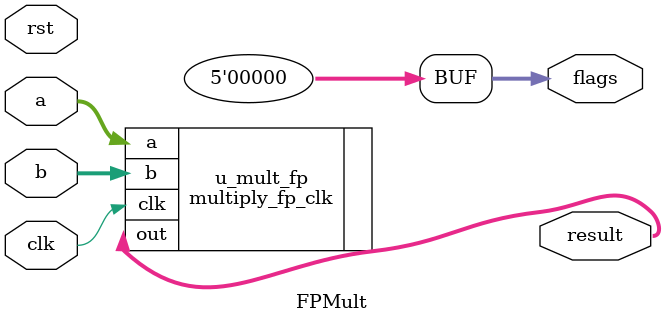
<source format=v>



//softmax_p8_smem_rfloat16_alut_v512_b2_-0.1_0.1.v
`define complex_dsp
`ifndef DEFINES_DONE
`define DEFINES_DONE
`define EXPONENT 5
`define MANTISSA 10
`define SIGN 1
`define DATAWIDTH (`SIGN+`EXPONENT+`MANTISSA)
`define IEEE_COMPLIANCE 1
`define NUM 8
`define ADDRSIZE 7
`define ADDRSIZE_FOR_TB 10
`endif


`timescale 1ns / 1ps

//fixed adder adds unsigned fixed numbers. Overflow flag is high in case of overflow
module softmax(
  inp,      //data in from memory to max block
  sub0_inp, //data inputs from memory to first-stage subtractors
  sub1_inp, //data inputs from memory to second-stage subtractors

  start_addr,   //the first address that contains input data in the on-chip memory
  end_addr,     //max address containing required data

  addr,          //address corresponding to data inp
  sub0_inp_addr, //address corresponding to sub0_inp
  sub1_inp_addr, //address corresponding to sub1_inp

  outp0,
  outp1,
  outp2,
  outp3,
  outp4,
  outp5,
  outp6,
  outp7,

  clk,
  reset,
  init,   //the signal indicating to latch the new start address
  done,   //done signal asserts when the softmax calculation is over
  start); //start signal for the overall softmax operation

  input clk;
  input reset;
  input start;
  input init;

  input  [`DATAWIDTH*`NUM-1:0] inp;
  input  [`DATAWIDTH*`NUM-1:0] sub0_inp;
  input  [`DATAWIDTH*`NUM-1:0] sub1_inp;
  input  [`ADDRSIZE-1:0]       end_addr;
  input  [`ADDRSIZE-1:0]       start_addr;

  output [`ADDRSIZE-1 :0] addr;
  output  [`ADDRSIZE-1:0] sub0_inp_addr;
  output  [`ADDRSIZE-1:0] sub1_inp_addr;

  output [`DATAWIDTH-1:0] outp0;
  output [`DATAWIDTH-1:0] outp1;
  output [`DATAWIDTH-1:0] outp2;
  output [`DATAWIDTH-1:0] outp3;
  output [`DATAWIDTH-1:0] outp4;
  output [`DATAWIDTH-1:0] outp5;
  output [`DATAWIDTH-1:0] outp6;
  output [`DATAWIDTH-1:0] outp7;
  output done;

  reg [`DATAWIDTH*`NUM-1:0] inp_reg;
  reg [`ADDRSIZE-1:0] addr;
  reg [`DATAWIDTH*`NUM-1:0] sub0_inp_reg;
  reg [`DATAWIDTH*`NUM-1:0] sub1_inp_reg;
  reg [`ADDRSIZE-1:0] sub0_inp_addr;
  reg [`ADDRSIZE-1:0] sub1_inp_addr;


  ////-----------control signals--------------////
  reg mode1_start;
  reg mode1_run;
  reg mode2_start;
  reg mode2_run;

  reg mode3_stage_run2;
  reg mode3_stage_run;
  reg mode7_stage_run2;
  reg mode7_stage_run;

  reg mode3_run;

  reg mode1_stage0_run;
  reg mode1_stage1_run;
  reg mode1_stage2_run;
  wire mode1_stage3_run;
  assign mode1_stage3_run = mode1_run;

  reg mode4_stage1_run_a;
  reg mode4_stage2_run_a;
  reg mode4_stage0_run;
  reg mode4_stage1_run;
  reg mode4_stage2_run;
  reg mode4_stage3_run;

  reg mode5_run;
  reg mode6_run;
  reg mode7_run;
  reg presub_start;
  reg presub_run;
  reg done;

  always @(posedge clk)begin
    mode4_stage1_run_a <= mode4_stage1_run;
    mode4_stage2_run_a <= mode4_stage2_run;
  end

  always @(posedge clk) begin
    if(reset) begin
      inp_reg <= 0;
      addr <= 0;
      mode1_start <= 0;
      mode1_run <= 0;
    end
    //init latch the input address
    else if(init) begin
      addr <= start_addr;
    end
    //start the mode1 max calculation
    else if(start)begin
      mode1_start <= 1;
    end
    //logic when to finish mode1 and trigger mode2 to latch the mode2 address
    else if(mode1_start && addr < end_addr) begin
      addr <= addr + 1;
      inp_reg <= inp;
      mode1_run <= 1;
    end else if(addr == end_addr)begin
      addr <= 0;
      mode1_run <= 0;
      mode1_start <= 0;
    end else begin
      mode1_run <= 0;
    end
  end

  always @(posedge clk) begin
    if(reset) begin
      mode1_stage2_run <= 0;
    end
    else if (mode1_stage3_run == 1) begin
      mode1_stage2_run <= 1;
    end
    else begin
      mode1_stage2_run <= 0;
    end
  end

  always @(posedge clk) begin
    if(reset) begin
      mode1_stage1_run <= 0;
    end
    else if (mode1_stage2_run == 1) begin
      mode1_stage1_run <= 1;
    end
    else begin
      mode1_stage1_run <= 0;
    end
  end

  always @(posedge clk) begin
    if(reset) begin
      mode1_stage0_run <= 0;
    end
    else if (mode1_stage1_run == 1) begin
      mode1_stage0_run <= 1;
    end
    else begin
      mode1_stage0_run <= 0;
    end
  end

  always @(posedge clk) begin
    if(reset) begin
      sub0_inp_addr <= 0;
      sub0_inp_reg <= 0;
      mode2_start <= 0;
      mode2_run <= 0;
    end
    else if ((addr == end_addr) && ~(mode1_start && (addr<end_addr))) begin
        mode2_start <= 1;
        sub0_inp_addr <= start_addr;
	  end
    //logic when to finish mode2
    else if(mode2_start && sub0_inp_addr < end_addr) begin
      sub0_inp_addr <= sub0_inp_addr + 1;
      sub0_inp_reg <= sub0_inp;
      mode2_run <= 1;
    end 
	else if(sub0_inp_addr == end_addr)begin
      sub0_inp_addr <= 0;
      sub0_inp_reg <= 0;
      mode2_run <= 0;
      mode2_start <= 0;
    end
  end	

  always @(posedge clk) begin
    if(reset) begin
      mode3_stage_run2 <= 0;
    end
    //logic when to trigger mode3
    else if(mode2_run == 1) begin
      mode3_stage_run2 <= 1;
    end else begin
      mode3_stage_run2 <= 0;
    end
  end	

  always @(posedge clk) begin
    if(reset) begin
      mode3_stage_run <= 0;
    end
    else if(mode3_stage_run2 == 1) begin
      mode3_stage_run <= 1;
    end else begin
      mode3_stage_run <= 0;
    end
  end	
  
  always @(posedge clk) begin
    if(reset) begin
      mode3_run <= 0;
    end
    else if(mode3_stage_run == 1) begin
      mode3_run <= 1;
    end else begin
      mode3_run <= 0;
    end
  end

    //logic when to trigger mode4 last stage adderTree, since the final results of adderTree
    //is always ready 1 cycle after mode3 finishes, so there is no need on extra
    //logic to control the adderTree outputs
  always @(posedge clk) begin
    if(reset) begin
      mode4_stage3_run <= 0;
    end
    else if (mode3_run == 1) begin
      mode4_stage3_run <= 1;
    end else begin
      mode4_stage3_run <= 0;
    end
  end

  always @(posedge clk) begin
    if(reset) begin
      mode4_stage2_run <= 0;
    end
    else if (mode4_stage3_run == 1) begin
      mode4_stage2_run <= 1;
    end else begin
      mode4_stage2_run <= 0;
    end
  end

  always @(posedge clk) begin
    if(reset) begin
      mode4_stage1_run <= 0;
    end
    else if (mode4_stage2_run == 1) begin
      mode4_stage1_run <= 1;
    end else begin
      mode4_stage1_run <= 0;
    end
  end

  always @(posedge clk) begin
    if(reset) begin
      mode4_stage0_run <= 0;
    end
    else if (mode4_stage1_run == 1) begin
      mode4_stage0_run <= 1;
    end else begin
      mode4_stage0_run <= 0;
    end
  end

  always @(posedge clk) begin
    if(reset) begin
      mode5_run <= 0;
    end
    //mode5 should be triggered right at the falling edge of mode4_stage1_run
    else if(mode4_stage1_run_a & ~mode4_stage1_run) begin
      mode5_run <= 1;
    end 
	else if(mode4_stage1_run == 0) begin
      mode5_run <= 0;
    end
  end

  always @(posedge clk) begin
    if(reset) begin
      presub_start <= 0;
      sub1_inp_addr <= 0;
      sub1_inp_reg <= 0;
      presub_run <= 0;
    end
    else if(mode4_stage2_run_a & ~mode4_stage2_run) begin
      presub_start <= 1;
      sub1_inp_addr <= start_addr;
      sub1_inp_reg <= sub1_inp;
    end
    else if(~reset && presub_start && sub1_inp_addr < end_addr)begin
      sub1_inp_addr <= sub1_inp_addr + 1;
      sub1_inp_reg <= sub1_inp;
      presub_run <= 1;
    end 
	else if(sub1_inp_addr == end_addr) begin
      presub_run <= 0;
      presub_start <= 0;
      sub1_inp_addr <= 0;
      sub1_inp_reg <= 0;
    end
  end

  always @(posedge clk) begin
    if(reset) begin
      mode6_run <= 0;
	end  
    else if(presub_run) begin
      mode6_run <= 1;
    end else begin
      mode6_run <= 0;
    end
  end

  always @(posedge clk) begin
    if(reset) begin
      mode7_stage_run2 <= 0;
	end
    else if(mode6_run == 1) begin
      mode7_stage_run2 <= 1;
    end else begin
      mode7_stage_run2 <= 0;
    end
  end

  always @(posedge clk) begin
    if(reset) begin
      mode7_stage_run <= 0;
	end
    else if(mode7_stage_run2 == 1) begin
      mode7_stage_run <= 1;
    end else begin
      mode7_stage_run <= 0;
    end
  end 

  always @(posedge clk) begin
    if(reset) begin
      mode7_run <= 0;
	end
	else if(mode7_stage_run == 1) begin
      mode7_run <= 1;
    end else begin
      mode7_run <= 0;
    end
  end

  always @(posedge clk) begin
    if(reset) begin
      done <= 0;
	end  
    else if(mode7_run) begin
      done <= 1;
    end else begin
      done <= 0;
    end
  end


  ////------mode1 max block---------///////
  wire [`DATAWIDTH-1:0] max_outp;

  mode1_max_tree mode1_max(
      .inp0(inp_reg[`DATAWIDTH*1-1:`DATAWIDTH*0]),
      .inp1(inp_reg[`DATAWIDTH*2-1:`DATAWIDTH*1]),
      .inp2(inp_reg[`DATAWIDTH*3-1:`DATAWIDTH*2]),
      .inp3(inp_reg[`DATAWIDTH*4-1:`DATAWIDTH*3]),
      .inp4(inp_reg[`DATAWIDTH*5-1:`DATAWIDTH*4]),
      .inp5(inp_reg[`DATAWIDTH*6-1:`DATAWIDTH*5]),
      .inp6(inp_reg[`DATAWIDTH*7-1:`DATAWIDTH*6]),
      .inp7(inp_reg[`DATAWIDTH*8-1:`DATAWIDTH*7]),
      .mode1_stage0_run(mode1_stage0_run),
	  .mode1_stage1_run(mode1_stage1_run),
      .mode1_stage2_run(mode1_stage2_run), 
      .mode1_stage3_run(mode1_stage3_run),
      .clk(clk),
      .reset(reset),
      .outp(max_outp));

  ////------mode2 subtraction---------///////
  wire [`DATAWIDTH-1:0] mode2_outp_sub0;
  wire [`DATAWIDTH-1:0] mode2_outp_sub1;
  wire [`DATAWIDTH-1:0] mode2_outp_sub2;
  wire [`DATAWIDTH-1:0] mode2_outp_sub3;
  wire [`DATAWIDTH-1:0] mode2_outp_sub4;
  wire [`DATAWIDTH-1:0] mode2_outp_sub5;
  wire [`DATAWIDTH-1:0] mode2_outp_sub6;
  wire [`DATAWIDTH-1:0] mode2_outp_sub7;
  mode2_sub mode2_sub(
      .clk(clk),
      .rst(reset),
      .a_inp0(sub0_inp_reg[`DATAWIDTH*1-1:`DATAWIDTH*0]),
      .a_inp1(sub0_inp_reg[`DATAWIDTH*2-1:`DATAWIDTH*1]),
      .a_inp2(sub0_inp_reg[`DATAWIDTH*3-1:`DATAWIDTH*2]),
      .a_inp3(sub0_inp_reg[`DATAWIDTH*4-1:`DATAWIDTH*3]),
      .a_inp4(sub0_inp_reg[`DATAWIDTH*5-1:`DATAWIDTH*4]),
      .a_inp5(sub0_inp_reg[`DATAWIDTH*6-1:`DATAWIDTH*5]),
      .a_inp6(sub0_inp_reg[`DATAWIDTH*7-1:`DATAWIDTH*6]),
      .a_inp7(sub0_inp_reg[`DATAWIDTH*8-1:`DATAWIDTH*7]),
      .outp0(mode2_outp_sub0),
      .outp1(mode2_outp_sub1),
      .outp2(mode2_outp_sub2),
      .outp3(mode2_outp_sub3),
      .outp4(mode2_outp_sub4),
      .outp5(mode2_outp_sub5),
      .outp6(mode2_outp_sub6),
      .outp7(mode2_outp_sub7),
      .b_inp(max_outp));

  reg [`DATAWIDTH-1:0] mode2_outp_sub0_reg;
  reg [`DATAWIDTH-1:0] mode2_outp_sub1_reg;
  reg [`DATAWIDTH-1:0] mode2_outp_sub2_reg;
  reg [`DATAWIDTH-1:0] mode2_outp_sub3_reg;
  reg [`DATAWIDTH-1:0] mode2_outp_sub4_reg;
  reg [`DATAWIDTH-1:0] mode2_outp_sub5_reg;
  reg [`DATAWIDTH-1:0] mode2_outp_sub6_reg;
  reg [`DATAWIDTH-1:0] mode2_outp_sub7_reg;
  always @(posedge clk) begin
    if (reset) begin
      mode2_outp_sub0_reg <= 0;
      mode2_outp_sub1_reg <= 0;
      mode2_outp_sub2_reg <= 0;
      mode2_outp_sub3_reg <= 0;
      mode2_outp_sub4_reg <= 0;
      mode2_outp_sub5_reg <= 0;
      mode2_outp_sub6_reg <= 0;
      mode2_outp_sub7_reg <= 0;
    end else if (mode2_run) begin
      mode2_outp_sub0_reg <= mode2_outp_sub0;
      mode2_outp_sub1_reg <= mode2_outp_sub1;
      mode2_outp_sub2_reg <= mode2_outp_sub2;
      mode2_outp_sub3_reg <= mode2_outp_sub3;
      mode2_outp_sub4_reg <= mode2_outp_sub4;
      mode2_outp_sub5_reg <= mode2_outp_sub5;
      mode2_outp_sub6_reg <= mode2_outp_sub6;
      mode2_outp_sub7_reg <= mode2_outp_sub7;
    end
  end

  ////------mode3 exponential---------///////
  wire [`DATAWIDTH-1:0] mode3_outp_exp0;
  wire [`DATAWIDTH-1:0] mode3_outp_exp1;
  wire [`DATAWIDTH-1:0] mode3_outp_exp2;
  wire [`DATAWIDTH-1:0] mode3_outp_exp3;
  wire [`DATAWIDTH-1:0] mode3_outp_exp4;
  wire [`DATAWIDTH-1:0] mode3_outp_exp5;
  wire [`DATAWIDTH-1:0] mode3_outp_exp6;
  wire [`DATAWIDTH-1:0] mode3_outp_exp7;
  mode3_exp mode3_exp(
      .inp0(mode2_outp_sub0_reg),
      .inp1(mode2_outp_sub1_reg),
      .inp2(mode2_outp_sub2_reg),
      .inp3(mode2_outp_sub3_reg),
      .inp4(mode2_outp_sub4_reg),
      .inp5(mode2_outp_sub5_reg),
      .inp6(mode2_outp_sub6_reg),
      .inp7(mode2_outp_sub7_reg),

      .clk(clk),
      .reset(reset),
      .stage_run(mode3_stage_run),
      .stage_run2(mode3_stage_run2),
      .outp0(mode3_outp_exp0),
      .outp1(mode3_outp_exp1),
      .outp2(mode3_outp_exp2),
      .outp3(mode3_outp_exp3),
      .outp4(mode3_outp_exp4),
      .outp5(mode3_outp_exp5),
      .outp6(mode3_outp_exp6),
      .outp7(mode3_outp_exp7)
  );

  reg [`DATAWIDTH-1:0] mode3_outp_exp0_reg;
  reg [`DATAWIDTH-1:0] mode3_outp_exp1_reg;
  reg [`DATAWIDTH-1:0] mode3_outp_exp2_reg;
  reg [`DATAWIDTH-1:0] mode3_outp_exp3_reg;
  reg [`DATAWIDTH-1:0] mode3_outp_exp4_reg;
  reg [`DATAWIDTH-1:0] mode3_outp_exp5_reg;
  reg [`DATAWIDTH-1:0] mode3_outp_exp6_reg;
  reg [`DATAWIDTH-1:0] mode3_outp_exp7_reg;
  always @(posedge clk) begin
    if (reset) begin
      mode3_outp_exp0_reg <= 0;
      mode3_outp_exp1_reg <= 0;
      mode3_outp_exp2_reg <= 0;
      mode3_outp_exp3_reg <= 0;
      mode3_outp_exp4_reg <= 0;
      mode3_outp_exp5_reg <= 0;
      mode3_outp_exp6_reg <= 0;
      mode3_outp_exp7_reg <= 0;
    end else if (mode3_run) begin
      mode3_outp_exp0_reg <= mode3_outp_exp0;
      mode3_outp_exp1_reg <= mode3_outp_exp1;
      mode3_outp_exp2_reg <= mode3_outp_exp2;
      mode3_outp_exp3_reg <= mode3_outp_exp3;
      mode3_outp_exp4_reg <= mode3_outp_exp4;
      mode3_outp_exp5_reg <= mode3_outp_exp5;
      mode3_outp_exp6_reg <= mode3_outp_exp6;
      mode3_outp_exp7_reg <= mode3_outp_exp7;
    end
  end

  //////------mode4 pipelined adder tree---------///////
  wire [`DATAWIDTH-1:0] mode4_adder_tree_outp;
  mode4_adder_tree mode4_adder_tree(
    .inp0(mode3_outp_exp0_reg),
    .inp1(mode3_outp_exp1_reg),
    .inp2(mode3_outp_exp2_reg),
    .inp3(mode3_outp_exp3_reg),
    .inp4(mode3_outp_exp4_reg),
    .inp5(mode3_outp_exp5_reg),
    .inp6(mode3_outp_exp6_reg),
    .inp7(mode3_outp_exp7_reg),
    .mode4_stage3_run(mode4_stage3_run),
    .mode4_stage2_run(mode4_stage2_run),
    .mode4_stage1_run(mode4_stage1_run),
    .mode4_stage0_run(mode4_stage0_run),

    .clk(clk),
    .reset(reset),
    .outp(mode4_adder_tree_outp)
  );


  //////------mode5 log---------///////
  wire [`DATAWIDTH-1:0] mode5_outp_log;
  reg  [`DATAWIDTH-1:0] mode5_outp_log_reg;
  mode5_ln mode5_ln(.clk(clk), .rst(reset), .inp(mode4_adder_tree_outp), .outp(mode5_outp_log));

  always @(posedge clk) begin
    if(reset) begin
      mode5_outp_log_reg <= 0;
    end else if(mode5_run) begin
      mode5_outp_log_reg <= mode5_outp_log;
    end
  end

  //////------mode6 pre-sub---------///////
  wire [`DATAWIDTH-1:0] mode6_outp_presub0;
  wire [`DATAWIDTH-1:0] mode6_outp_presub1;
  wire [`DATAWIDTH-1:0] mode6_outp_presub2;
  wire [`DATAWIDTH-1:0] mode6_outp_presub3;
  wire [`DATAWIDTH-1:0] mode6_outp_presub4;
  wire [`DATAWIDTH-1:0] mode6_outp_presub5;
  wire [`DATAWIDTH-1:0] mode6_outp_presub6;
  wire [`DATAWIDTH-1:0] mode6_outp_presub7;
  reg [`DATAWIDTH-1:0] mode6_outp_presub0_reg;
  reg [`DATAWIDTH-1:0] mode6_outp_presub1_reg;
  reg [`DATAWIDTH-1:0] mode6_outp_presub2_reg;
  reg [`DATAWIDTH-1:0] mode6_outp_presub3_reg;
  reg [`DATAWIDTH-1:0] mode6_outp_presub4_reg;
  reg [`DATAWIDTH-1:0] mode6_outp_presub5_reg;
  reg [`DATAWIDTH-1:0] mode6_outp_presub6_reg;
  reg [`DATAWIDTH-1:0] mode6_outp_presub7_reg;

  mode6_sub pre_sub(
      .clk(clk),
      .rst(reset),
      .a_inp0(sub1_inp_reg[`DATAWIDTH*1-1:`DATAWIDTH*0]),
      .a_inp1(sub1_inp_reg[`DATAWIDTH*2-1:`DATAWIDTH*1]),
      .a_inp2(sub1_inp_reg[`DATAWIDTH*3-1:`DATAWIDTH*2]),
      .a_inp3(sub1_inp_reg[`DATAWIDTH*4-1:`DATAWIDTH*3]),
      .a_inp4(sub1_inp_reg[`DATAWIDTH*5-1:`DATAWIDTH*4]),
      .a_inp5(sub1_inp_reg[`DATAWIDTH*6-1:`DATAWIDTH*5]),
      .a_inp6(sub1_inp_reg[`DATAWIDTH*7-1:`DATAWIDTH*6]),
      .a_inp7(sub1_inp_reg[`DATAWIDTH*8-1:`DATAWIDTH*7]),
      .b_inp(max_outp),
      .outp0(mode6_outp_presub0),
      .outp1(mode6_outp_presub1),
      .outp2(mode6_outp_presub2),
      .outp3(mode6_outp_presub3),
      .outp4(mode6_outp_presub4),
      .outp5(mode6_outp_presub5),
      .outp6(mode6_outp_presub6),
      .outp7(mode6_outp_presub7)
  );
  always @(posedge clk) begin
    if (reset) begin
      mode6_outp_presub0_reg <= 0;
      mode6_outp_presub1_reg <= 0;
      mode6_outp_presub2_reg <= 0;
      mode6_outp_presub3_reg <= 0;
      mode6_outp_presub4_reg <= 0;
      mode6_outp_presub5_reg <= 0;
      mode6_outp_presub6_reg <= 0;
      mode6_outp_presub7_reg <= 0;
    end else if (presub_run) begin
      mode6_outp_presub0_reg <= mode6_outp_presub0;
      mode6_outp_presub1_reg <= mode6_outp_presub1;
      mode6_outp_presub2_reg <= mode6_outp_presub2;
      mode6_outp_presub3_reg <= mode6_outp_presub3;
      mode6_outp_presub4_reg <= mode6_outp_presub4;
      mode6_outp_presub5_reg <= mode6_outp_presub5;
      mode6_outp_presub6_reg <= mode6_outp_presub6;
      mode6_outp_presub7_reg <= mode6_outp_presub7;
    end
  end

  //////------mode6 logsub ---------///////
  wire [`DATAWIDTH-1:0] mode6_outp_logsub0;
  wire [`DATAWIDTH-1:0] mode6_outp_logsub1;
  wire [`DATAWIDTH-1:0] mode6_outp_logsub2;
  wire [`DATAWIDTH-1:0] mode6_outp_logsub3;
  wire [`DATAWIDTH-1:0] mode6_outp_logsub4;
  wire [`DATAWIDTH-1:0] mode6_outp_logsub5;
  wire [`DATAWIDTH-1:0] mode6_outp_logsub6;
  wire [`DATAWIDTH-1:0] mode6_outp_logsub7;
  reg [`DATAWIDTH-1:0] mode6_outp_logsub0_reg;
  reg [`DATAWIDTH-1:0] mode6_outp_logsub1_reg;
  reg [`DATAWIDTH-1:0] mode6_outp_logsub2_reg;
  reg [`DATAWIDTH-1:0] mode6_outp_logsub3_reg;
  reg [`DATAWIDTH-1:0] mode6_outp_logsub4_reg;
  reg [`DATAWIDTH-1:0] mode6_outp_logsub5_reg;
  reg [`DATAWIDTH-1:0] mode6_outp_logsub6_reg;
  reg [`DATAWIDTH-1:0] mode6_outp_logsub7_reg;

  mode6_sub log_sub(
      .clk(clk),
      .rst(reset),
      .a_inp0(mode6_outp_presub0_reg),
      .a_inp1(mode6_outp_presub1_reg),
      .a_inp2(mode6_outp_presub2_reg),
      .a_inp3(mode6_outp_presub3_reg),
      .a_inp4(mode6_outp_presub4_reg),
      .a_inp5(mode6_outp_presub5_reg),
      .a_inp6(mode6_outp_presub6_reg),
      .a_inp7(mode6_outp_presub7_reg),
      .b_inp(mode5_outp_log_reg),
      .outp0(mode6_outp_logsub0),
      .outp1(mode6_outp_logsub1),
      .outp2(mode6_outp_logsub2),
      .outp3(mode6_outp_logsub3),
      .outp4(mode6_outp_logsub4),
      .outp5(mode6_outp_logsub5),
      .outp6(mode6_outp_logsub6),
      .outp7(mode6_outp_logsub7)
  );
  always @(posedge clk) begin
    if (reset) begin
      mode6_outp_logsub0_reg <= 0;
      mode6_outp_logsub1_reg <= 0;
      mode6_outp_logsub2_reg <= 0;
      mode6_outp_logsub3_reg <= 0;
      mode6_outp_logsub4_reg <= 0;
      mode6_outp_logsub5_reg <= 0;
      mode6_outp_logsub6_reg <= 0;
      mode6_outp_logsub7_reg <= 0;
    end else if (mode6_run) begin
      mode6_outp_logsub0_reg <= mode6_outp_logsub0;
      mode6_outp_logsub1_reg <= mode6_outp_logsub1;
      mode6_outp_logsub2_reg <= mode6_outp_logsub2;
      mode6_outp_logsub3_reg <= mode6_outp_logsub3;
      mode6_outp_logsub4_reg <= mode6_outp_logsub4;
      mode6_outp_logsub5_reg <= mode6_outp_logsub5;
      mode6_outp_logsub6_reg <= mode6_outp_logsub6;
      mode6_outp_logsub7_reg <= mode6_outp_logsub7;
    end
  end

  //////------mode7 exp---------///////
  wire [`DATAWIDTH-1:0] outp0_temp;
  wire [`DATAWIDTH-1:0] outp1_temp;
  wire [`DATAWIDTH-1:0] outp2_temp;
  wire [`DATAWIDTH-1:0] outp3_temp;
  wire [`DATAWIDTH-1:0] outp4_temp;
  wire [`DATAWIDTH-1:0] outp5_temp;
  wire [`DATAWIDTH-1:0] outp6_temp;
  wire [`DATAWIDTH-1:0] outp7_temp;
  reg [`DATAWIDTH-1:0] outp0;
  reg [`DATAWIDTH-1:0] outp1;
  reg [`DATAWIDTH-1:0] outp2;
  reg [`DATAWIDTH-1:0] outp3;
  reg [`DATAWIDTH-1:0] outp4;
  reg [`DATAWIDTH-1:0] outp5;
  reg [`DATAWIDTH-1:0] outp6;
  reg [`DATAWIDTH-1:0] outp7;

  mode7_exp mode7_exp(
      .inp0(mode6_outp_logsub0_reg),
      .inp1(mode6_outp_logsub1_reg),
      .inp2(mode6_outp_logsub2_reg),
      .inp3(mode6_outp_logsub3_reg),
      .inp4(mode6_outp_logsub4_reg),
      .inp5(mode6_outp_logsub5_reg),
      .inp6(mode6_outp_logsub6_reg),
      .inp7(mode6_outp_logsub7_reg),

      .clk(clk),
      .reset(reset),
      .stage_run(mode7_stage_run),
      .stage_run2(mode7_stage_run2),

      .outp0(outp0_temp),
      .outp1(outp1_temp),
      .outp2(outp2_temp),
      .outp3(outp3_temp),
      .outp4(outp4_temp),
      .outp5(outp5_temp),
      .outp6(outp6_temp),
      .outp7(outp7_temp)
  );
  always @(posedge clk) begin
    if (reset) begin
      outp0 <= 0;
      outp1 <= 0;
      outp2 <= 0;
      outp3 <= 0;
      outp4 <= 0;
      outp5 <= 0;
      outp6 <= 0;
      outp7 <= 0;
    end else if (mode7_run) begin
      outp0 <= outp0_temp;
      outp1 <= outp1_temp;
      outp2 <= outp2_temp;
      outp3 <= outp3_temp;
      outp4 <= outp4_temp;
      outp5 <= outp5_temp;
      outp6 <= outp6_temp;
      outp7 <= outp7_temp;
    end
  end

endmodule


module mode1_max_tree(
  inp0, 
  inp1, 
  inp2, 
  inp3, 
  inp4, 
  inp5, 
  inp6, 
  inp7, 
  mode1_stage3_run,
  mode1_stage2_run,
  mode1_stage1_run,  
  mode1_stage0_run,
  clk,
  reset,
  outp,
);

  input  [`DATAWIDTH-1 : 0] inp0; 
  input  [`DATAWIDTH-1 : 0] inp1; 
  input  [`DATAWIDTH-1 : 0] inp2; 
  input  [`DATAWIDTH-1 : 0] inp3; 
  input  [`DATAWIDTH-1 : 0] inp4; 
  input  [`DATAWIDTH-1 : 0] inp5; 
  input  [`DATAWIDTH-1 : 0] inp6; 
  input  [`DATAWIDTH-1 : 0] inp7; 
  input mode1_stage3_run;
  input mode1_stage2_run;
  input mode1_stage1_run;
  input mode1_stage0_run;
  input clk;
  input reset;
  output [`DATAWIDTH-1 : 0] outp;

  reg    [`DATAWIDTH-1 : 0] outp;

  reg    [`DATAWIDTH-1 : 0] cmp0_out_stage3_reg;
  wire   [`DATAWIDTH-1 : 0] cmp0_out_stage3;
  reg    [`DATAWIDTH-1 : 0] cmp1_out_stage3_reg;
  wire   [`DATAWIDTH-1 : 0] cmp1_out_stage3;
  reg    [`DATAWIDTH-1 : 0] cmp2_out_stage3_reg;
  wire   [`DATAWIDTH-1 : 0] cmp2_out_stage3;
  reg    [`DATAWIDTH-1 : 0] cmp3_out_stage3_reg;
  wire   [`DATAWIDTH-1 : 0] cmp3_out_stage3;
  wire   [`DATAWIDTH-1 : 0] cmp0_out_stage2;
  wire   [`DATAWIDTH-1 : 0] cmp1_out_stage2;
  wire   [`DATAWIDTH-1 : 0] cmp0_out_stage1;
  wire   [`DATAWIDTH-1 : 0] cmp0_out_stage0;
  reg    [`DATAWIDTH-1 : 0] cmp1_out_stage2_reg;
  reg    [`DATAWIDTH-1 : 0] cmp0_out_stage2_reg;
  reg    [`DATAWIDTH-1 : 0] cmp0_out_stage1_reg;


  always @(posedge clk) begin
    if (reset) begin
      outp <= 0;
      cmp0_out_stage3_reg <= 0;
      cmp1_out_stage3_reg <= 0;
      cmp2_out_stage3_reg <= 0;
      cmp3_out_stage3_reg <= 0;
	  cmp0_out_stage2_reg <= 0;
      cmp1_out_stage2_reg <= 0;
	  cmp0_out_stage1_reg <= 0;
    end

    else if(~reset && mode1_stage3_run) begin
      cmp0_out_stage3_reg <= cmp0_out_stage3;
      cmp1_out_stage3_reg <= cmp1_out_stage3;
      cmp2_out_stage3_reg <= cmp2_out_stage3;
      cmp3_out_stage3_reg <= cmp3_out_stage3;
    end
	
	else if(~reset && mode1_stage2_run) begin
      cmp0_out_stage2_reg <= cmp0_out_stage2;
      cmp1_out_stage2_reg <= cmp1_out_stage2;
    end
	
	else if(~reset && mode1_stage1_run) begin
      cmp0_out_stage1_reg <= cmp0_out_stage1;
    end

    else if(~reset && mode1_stage0_run) begin
      outp <= cmp0_out_stage0;
    end

  end

wire cmp0_stage3_aeb;
wire cmp0_stage3_aneb;
wire cmp0_stage3_alb;
wire cmp0_stage3_aleb;
wire cmp0_stage3_agb;
wire cmp0_stage3_ageb;
wire cmp0_stage3_unordered;

wire cmp1_stage3_aeb;
wire cmp1_stage3_aneb;
wire cmp1_stage3_alb;
wire cmp1_stage3_aleb;
wire cmp1_stage3_agb;
wire cmp1_stage3_ageb;
wire cmp1_stage3_unordered;

wire cmp2_stage3_aeb;
wire cmp2_stage3_aneb;
wire cmp2_stage3_alb;
wire cmp2_stage3_aleb;
wire cmp2_stage3_agb;
wire cmp2_stage3_ageb;
wire cmp2_stage3_unordered;

wire cmp3_stage3_aeb;
wire cmp3_stage3_aneb;
wire cmp3_stage3_alb;
wire cmp3_stage3_aleb;
wire cmp3_stage3_agb;
wire cmp3_stage3_ageb;
wire cmp3_stage3_unordered;

wire cmp0_stage2_aeb;
wire cmp0_stage2_aneb;
wire cmp0_stage2_alb;
wire cmp0_stage2_aleb;
wire cmp0_stage2_agb;
wire cmp0_stage2_ageb;
wire cmp0_stage2_unordered;

wire cmp1_stage2_aeb;
wire cmp1_stage2_aneb;
wire cmp1_stage2_alb;
wire cmp1_stage2_aleb;
wire cmp1_stage2_agb;
wire cmp1_stage2_ageb;
wire cmp1_stage2_unordered;

wire cmp0_stage1_aeb;
wire cmp0_stage1_aneb;
wire cmp0_stage1_alb;
wire cmp0_stage1_aleb;
wire cmp0_stage1_agb;
wire cmp0_stage1_ageb;
wire cmp0_stage1_unordered;

wire cmp0_stage0_aeb;
wire cmp0_stage0_aneb;
wire cmp0_stage0_alb;
wire cmp0_stage0_aleb;
wire cmp0_stage0_agb;
wire cmp0_stage0_ageb;
wire cmp0_stage0_unordered;

//Stage3
comparator cmp0_stage3(.a(inp0),       .b(inp1),        .aeb(cmp0_stage3_aeb), .aneb(cmp0_stage3_aneb), .alb(cmp0_stage3_alb), .aleb(cmp0_stage3_aleb), .agb(cmp0_stage3_agb), .ageb(cmp0_stage3_ageb), .unordered(cmp0_stage3_unordered));
assign cmp0_out_stage3 = (cmp0_stage3_ageb==1'b1) ? inp0 : inp1;

comparator cmp1_stage3(.a(inp2),       .b(inp3),         .aeb(cmp1_stage3_aeb), .aneb(cmp1_stage3_aneb), .alb(cmp1_stage3_alb), .aleb(cmp1_stage3_aleb), .agb(cmp1_stage3_agb), .ageb(cmp1_stage3_ageb), .unordered(cmp1_stage3_unordered));   
assign cmp1_out_stage3 = (cmp1_stage3_ageb==1'b1) ? inp2 : inp3;

comparator cmp2_stage3(.a(inp4),       .b(inp5),         .aeb(cmp2_stage3_aeb), .aneb(cmp2_stage3_aneb), .alb(cmp2_stage3_alb), .aleb(cmp2_stage3_aleb), .agb(cmp2_stage3_agb), .ageb(cmp2_stage3_ageb), .unordered(cmp2_stage3_unordered));   
assign cmp2_out_stage3 = (cmp2_stage3_ageb==1'b1) ? inp4 : inp5;

comparator cmp3_stage3(.a(inp6),       .b(inp7),         .aeb(cmp3_stage3_aeb), .aneb(cmp3_stage3_aneb), .alb(cmp3_stage3_alb), .aleb(cmp3_stage3_aleb), .agb(cmp3_stage3_agb), .ageb(cmp3_stage3_ageb), .unordered(cmp3_stage3_unordered));   
assign cmp3_out_stage3 = (cmp3_stage3_ageb==1'b1) ? inp6 : inp7;

//Stage2
comparator cmp0_stage2(.a(cmp0_out_stage3_reg),       .b(cmp1_out_stage3_reg),        .aeb(cmp0_stage2_aeb), .aneb(cmp0_stage2_aneb), .alb(cmp0_stage2_alb), .aleb(cmp0_stage2_aleb), .agb(cmp0_stage2_agb), .ageb(cmp0_stage2_ageb), .unordered(cmp0_stage2_unordered));
assign cmp0_out_stage2 = (cmp0_stage2_ageb==1'b1) ? cmp0_out_stage3_reg : cmp1_out_stage3_reg;

comparator cmp1_stage2(.a(cmp2_out_stage3_reg),       .b(cmp3_out_stage3_reg),         .aeb(cmp1_stage2_aeb), .aneb(cmp1_stage2_aneb), .alb(cmp1_stage2_alb), .aleb(cmp1_stage2_aleb), .agb(cmp1_stage2_agb), .ageb(cmp1_stage2_ageb), .unordered(cmp1_stage2_unordered));   
assign cmp1_out_stage2 = (cmp1_stage2_ageb==1'b1) ? cmp2_out_stage3_reg : cmp3_out_stage3_reg;

//Stage1
comparator cmp0_stage1(.a(cmp0_out_stage2_reg),       .b(cmp1_out_stage2_reg),          .aeb(cmp0_stage1_aeb), .aneb(cmp0_stage1_aneb), .alb(cmp0_stage1_alb), .aleb(cmp0_stage1_aleb), .agb(cmp0_stage1_agb), .ageb(cmp0_stage1_ageb), .unordered(cmp0_stage1_unordered));
assign cmp0_out_stage1 = (cmp0_stage1_ageb==1'b1) ? cmp0_out_stage2_reg: cmp1_out_stage2_reg;

//Stage0
comparator cmp0_stage0(.a(outp),       .b(cmp0_out_stage1_reg),         .aeb(cmp0_stage0_aeb), .aneb(cmp0_stage0_aneb), .alb(cmp0_stage0_alb), .aleb(cmp0_stage0_aleb), .agb(cmp0_stage0_agb), .ageb(cmp0_stage0_ageb), .unordered(cmp0_stage0_unordered));
assign cmp0_out_stage0 = (cmp0_stage0_ageb==1'b1) ? outp : cmp0_out_stage1_reg;

//DW_fp_cmp #(`MANTISSA, `EXPONENT, `IEEE_COMPLIANCE) cmp0_stage3(.a(inp0),       .b(inp1),      .z1(cmp0_out_stage3), .zctr(1'b0), .aeqb(), .altb(), .agtb(), .unordered(), .z0(), .status0(), .status1());
//DW_fp_cmp #(`MANTISSA, `EXPONENT, `IEEE_COMPLIANCE) cmp1_stage3(.a(inp2),       .b(inp3),      .z1(cmp1_out_stage3), .zctr(1'b0), .aeqb(), .altb(), .agtb(), .unordered(), .z0(), .status0(), .status1());
//DW_fp_cmp #(`MANTISSA, `EXPONENT, `IEEE_COMPLIANCE) cmp2_stage3(.a(inp4),       .b(inp5),      .z1(cmp2_out_stage3), .zctr(1'b0), .aeqb(), .altb(), .agtb(), .unordered(), .z0(), .status0(), .status1());
//DW_fp_cmp #(`MANTISSA, `EXPONENT, `IEEE_COMPLIANCE) cmp3_stage3(.a(inp6),       .b(inp7),      .z1(cmp3_out_stage3), .zctr(1'b0), .aeqb(), .altb(), .agtb(), .unordered(), .z0(), .status0(), .status1());
//
//DW_fp_cmp #(`MANTISSA, `EXPONENT, `IEEE_COMPLIANCE) cmp0_stage2(.a(cmp0_out_stage3_reg),       .b(cmp1_out_stage3_reg),      .z1(cmp0_out_stage2), .zctr(1'b0), .aeqb(), .altb(), .agtb(), .unordered(), .z0(), .status0(), .status1());
//DW_fp_cmp #(`MANTISSA, `EXPONENT, `IEEE_COMPLIANCE) cmp1_stage2(.a(cmp2_out_stage3_reg),       .b(cmp3_out_stage3_reg),      .z1(cmp1_out_stage2), .zctr(1'b0), .aeqb(), .altb(), .agtb(), .unordered(), .z0(), .status0(), .status1());
//
//DW_fp_cmp #(`MANTISSA, `EXPONENT, `IEEE_COMPLIANCE) cmp0_stage1(.a(cmp0_out_stage2),       .b(cmp1_out_stage2),      .z1(cmp0_out_stage1), .zctr(1'b0), .aeqb(), .altb(), .agtb(), .unordered(), .z0(), .status0(), .status1());
//
//DW_fp_cmp #(`MANTISSA, `EXPONENT, `IEEE_COMPLIANCE) cmp0_stage0(.a(outp),       .b(cmp0_out_stage1),      .z1(cmp0_out_stage0), .zctr(1'b0), .aeqb(), .altb(), .agtb(), .unordered(), .z0(), .status0(), .status1());

endmodule


module mode2_sub(
  clk,
  rst,
  a_inp0,
  a_inp1,
  a_inp2,
  a_inp3,
  a_inp4,
  a_inp5,
  a_inp6,
  a_inp7,
  outp0,
  outp1,
  outp2,
  outp3,
  outp4,
  outp5,
  outp6,
  outp7,
  b_inp,
);
  
  input clk;
  input rst;
  input  [`DATAWIDTH-1 : 0] a_inp0;
  input  [`DATAWIDTH-1 : 0] a_inp1;
  input  [`DATAWIDTH-1 : 0] a_inp2;
  input  [`DATAWIDTH-1 : 0] a_inp3;
  input  [`DATAWIDTH-1 : 0] a_inp4;
  input  [`DATAWIDTH-1 : 0] a_inp5;
  input  [`DATAWIDTH-1 : 0] a_inp6;
  input  [`DATAWIDTH-1 : 0] a_inp7;
  output  [`DATAWIDTH-1 : 0] outp0;
  output  [`DATAWIDTH-1 : 0] outp1;
  output  [`DATAWIDTH-1 : 0] outp2;
  output  [`DATAWIDTH-1 : 0] outp3;
  output  [`DATAWIDTH-1 : 0] outp4;
  output  [`DATAWIDTH-1 : 0] outp5;
  output  [`DATAWIDTH-1 : 0] outp6;
  output  [`DATAWIDTH-1 : 0] outp7;
  input  [`DATAWIDTH-1 : 0] b_inp;

  wire clk_NC;
  wire rst_NC;
  wire [4:0] flags_NC0, flags_NC1, flags_NC2, flags_NC3;
  wire [4:0] flags_NC4, flags_NC5, flags_NC6, flags_NC7;

  // 0 add, 1 sub
  FPAddSub sub0(.clk(clk), .rst(rst), .a(a_inp0),	.b(b_inp), .operation(1'b1),	.result(outp0), .flags(flags_NC0));
  FPAddSub sub1(.clk(clk), .rst(rst), .a(a_inp1),	.b(b_inp), .operation(1'b1),	.result(outp1), .flags(flags_NC1));
  FPAddSub sub2(.clk(clk), .rst(rst), .a(a_inp2),	.b(b_inp), .operation(1'b1),	.result(outp2), .flags(flags_NC2));
  FPAddSub sub3(.clk(clk), .rst(rst), .a(a_inp3),	.b(b_inp), .operation(1'b1),	.result(outp3), .flags(flags_NC3));
  FPAddSub sub4(.clk(clk), .rst(rst), .a(a_inp4),	.b(b_inp), .operation(1'b1),	.result(outp4), .flags(flags_NC4));
  FPAddSub sub5(.clk(clk), .rst(rst), .a(a_inp5),	.b(b_inp), .operation(1'b1),	.result(outp5), .flags(flags_NC5));
  FPAddSub sub6(.clk(clk), .rst(rst), .a(a_inp6),	.b(b_inp), .operation(1'b1),	.result(outp6), .flags(flags_NC6));
  FPAddSub sub7(.clk(clk), .rst(rst), .a(a_inp7),	.b(b_inp), .operation(1'b1),	.result(outp7), .flags(flags_NC7));

//  DW_fp_sub #(`MANTISSA, `EXPONENT, `IEEE_COMPLIANCE) sub0(.a(a_inp0), .b(b_inp), .z(outp0), .rnd(3'b000), .status());
//  DW_fp_sub #(`MANTISSA, `EXPONENT, `IEEE_COMPLIANCE) sub1(.a(a_inp1), .b(b_inp), .z(outp1), .rnd(3'b000), .status());
//  DW_fp_sub #(`MANTISSA, `EXPONENT, `IEEE_COMPLIANCE) sub2(.a(a_inp2), .b(b_inp), .z(outp2), .rnd(3'b000), .status());
//  DW_fp_sub #(`MANTISSA, `EXPONENT, `IEEE_COMPLIANCE) sub3(.a(a_inp3), .b(b_inp), .z(outp3), .rnd(3'b000), .status());
//  DW_fp_sub #(`MANTISSA, `EXPONENT, `IEEE_COMPLIANCE) sub4(.a(a_inp4), .b(b_inp), .z(outp4), .rnd(3'b000), .status());
//  DW_fp_sub #(`MANTISSA, `EXPONENT, `IEEE_COMPLIANCE) sub5(.a(a_inp5), .b(b_inp), .z(outp5), .rnd(3'b000), .status());
//  DW_fp_sub #(`MANTISSA, `EXPONENT, `IEEE_COMPLIANCE) sub6(.a(a_inp6), .b(b_inp), .z(outp6), .rnd(3'b000), .status());
//  DW_fp_sub #(`MANTISSA, `EXPONENT, `IEEE_COMPLIANCE) sub7(.a(a_inp7), .b(b_inp), .z(outp7), .rnd(3'b000), .status());
endmodule


module mode3_exp(
  inp0, 
  inp1, 
  inp2, 
  inp3, 
  inp4, 
  inp5, 
  inp6, 
  inp7, 

  clk,
  reset,
  stage_run,
  stage_run2,
  
  outp0, 
  outp1, 
  outp2, 
  outp3, 
  outp4, 
  outp5, 
  outp6, 
  outp7
);

  input  [`DATAWIDTH-1 : 0] inp0;
  input  [`DATAWIDTH-1 : 0] inp1;
  input  [`DATAWIDTH-1 : 0] inp2;
  input  [`DATAWIDTH-1 : 0] inp3;
  input  [`DATAWIDTH-1 : 0] inp4;
  input  [`DATAWIDTH-1 : 0] inp5;
  input  [`DATAWIDTH-1 : 0] inp6;
  input  [`DATAWIDTH-1 : 0] inp7;

  input  clk;
  input  reset;
  input  stage_run;
  input  stage_run2; 
  
  output  [`DATAWIDTH-1 : 0] outp0;
  output  [`DATAWIDTH-1 : 0] outp1;
  output  [`DATAWIDTH-1 : 0] outp2;
  output  [`DATAWIDTH-1 : 0] outp3;
  output  [`DATAWIDTH-1 : 0] outp4;
  output  [`DATAWIDTH-1 : 0] outp5;
  output  [`DATAWIDTH-1 : 0] outp6;
  output  [`DATAWIDTH-1 : 0] outp7;
  expunit exp0(.a(inp0), .z(outp0), .status(), .stage_run(stage_run), .stage_run2(stage_run2), .clk(clk), .reset(reset));
  expunit exp1(.a(inp1), .z(outp1), .status(), .stage_run(stage_run), .stage_run2(stage_run2), .clk(clk), .reset(reset));
  expunit exp2(.a(inp2), .z(outp2), .status(), .stage_run(stage_run), .stage_run2(stage_run2), .clk(clk), .reset(reset));
  expunit exp3(.a(inp3), .z(outp3), .status(), .stage_run(stage_run), .stage_run2(stage_run2), .clk(clk), .reset(reset));
  expunit exp4(.a(inp4), .z(outp4), .status(), .stage_run(stage_run), .stage_run2(stage_run2), .clk(clk), .reset(reset));
  expunit exp5(.a(inp5), .z(outp5), .status(), .stage_run(stage_run), .stage_run2(stage_run2), .clk(clk), .reset(reset));
  expunit exp6(.a(inp6), .z(outp6), .status(), .stage_run(stage_run), .stage_run2(stage_run2), .clk(clk), .reset(reset));
  expunit exp7(.a(inp7), .z(outp7), .status(), .stage_run(stage_run), .stage_run2(stage_run2), .clk(clk), .reset(reset));
endmodule


module mode4_adder_tree(
  inp0, 
  inp1, 
  inp2, 
  inp3, 
  inp4, 
  inp5, 
  inp6, 
  inp7, 
  mode4_stage0_run,
  mode4_stage1_run,
  mode4_stage2_run,
  mode4_stage3_run,

  clk,
  reset,
  outp
);

  input clk;
  input reset;
  input  [`DATAWIDTH-1 : 0] inp0; 
  input  [`DATAWIDTH-1 : 0] inp1; 
  input  [`DATAWIDTH-1 : 0] inp2; 
  input  [`DATAWIDTH-1 : 0] inp3; 
  input  [`DATAWIDTH-1 : 0] inp4; 
  input  [`DATAWIDTH-1 : 0] inp5; 
  input  [`DATAWIDTH-1 : 0] inp6; 
  input  [`DATAWIDTH-1 : 0] inp7; 
  output [`DATAWIDTH-1 : 0] outp;
  input mode4_stage0_run;
  input mode4_stage1_run;
  input mode4_stage2_run;
  input mode4_stage3_run;

  wire   [`DATAWIDTH-1 : 0] add0_out_stage3;
  reg    [`DATAWIDTH-1 : 0] add0_out_stage3_reg;
  wire   [`DATAWIDTH-1 : 0] add1_out_stage3;
  reg    [`DATAWIDTH-1 : 0] add1_out_stage3_reg;
  wire   [`DATAWIDTH-1 : 0] add2_out_stage3;
  reg    [`DATAWIDTH-1 : 0] add2_out_stage3_reg;
  wire   [`DATAWIDTH-1 : 0] add3_out_stage3;
  reg    [`DATAWIDTH-1 : 0] add3_out_stage3_reg;

  wire   [`DATAWIDTH-1 : 0] add0_out_stage2;
  reg    [`DATAWIDTH-1 : 0] add0_out_stage2_reg;
  wire   [`DATAWIDTH-1 : 0] add1_out_stage2;
  reg    [`DATAWIDTH-1 : 0] add1_out_stage2_reg;

  wire   [`DATAWIDTH-1 : 0] add0_out_stage1;
  reg    [`DATAWIDTH-1 : 0] add0_out_stage1_reg;

  wire   [`DATAWIDTH-1 : 0] add0_out_stage0;
  reg    [`DATAWIDTH-1 : 0] outp;

//  always @(posedge clk) begin
//    if (reset) begin
//      outp <= 0;
//      add0_out_stage3_reg <= 0;
//      add1_out_stage3_reg <= 0;
//      add2_out_stage3_reg <= 0;
//      add3_out_stage3_reg <= 0;
//      add0_out_stage2_reg <= 0;
//      add1_out_stage2_reg <= 0;
//      add0_out_stage1_reg <= 0;
//    end
//
//    if(~reset && mode4_stage3_run) begin
//      add0_out_stage3_reg <= add0_out_stage3;
//      add1_out_stage3_reg <= add1_out_stage3;
//      add2_out_stage3_reg <= add2_out_stage3;
//      add3_out_stage3_reg <= add3_out_stage3;
//    end
//
//    if(~reset && mode4_stage2_run) begin
//      add0_out_stage2_reg <= add0_out_stage2;
//      add1_out_stage2_reg <= add1_out_stage2;
//    end
//
//    if(~reset && mode4_stage1_run) begin
//      add0_out_stage1_reg <= add0_out_stage1;
//    end
//
//    if(~reset && mode4_stage0_run) begin
//      outp <= add0_out_stage0;
//    end
//
//  end


always @ (posedge clk) begin
	if(~reset && mode4_stage3_run) begin
      add0_out_stage3_reg <= add0_out_stage3;
      add1_out_stage3_reg <= add1_out_stage3;
      add2_out_stage3_reg <= add2_out_stage3;
      add3_out_stage3_reg <= add3_out_stage3;
    end
	
	else if (reset) begin
		add0_out_stage3_reg <= 0;
		add1_out_stage3_reg <= 0;
		add2_out_stage3_reg <= 0;
		add3_out_stage3_reg <= 0;
	end
end		

always @ (posedge clk) begin
	if(~reset && mode4_stage2_run) begin
      add0_out_stage2_reg <= add0_out_stage2;
      add1_out_stage2_reg <= add1_out_stage2;
    end
	
	else if (reset) begin
		add0_out_stage2_reg <= 0;
		add1_out_stage2_reg <= 0;
	end
end		

always @ (posedge clk) begin
	if(~reset && mode4_stage1_run) begin
      add0_out_stage1_reg <= add0_out_stage1;
    end
	else if (reset) begin
	add0_out_stage1_reg <= 0;
	end
end

always @ (posedge clk) begin
	if(~reset && mode4_stage0_run) begin
		outp <= add0_out_stage0;
    end
	else if (reset) begin
		outp <= 0;
	end
end	

  wire clk_NC;
  wire rst_NC;
  wire [4:0] flags_NC0, flags_NC1, flags_NC2, flags_NC3;
  wire [4:0] flags_NC4, flags_NC5, flags_NC6, flags_NC7;

  // 0 add, 1 sub
  FPAddSub add0_stage3(.clk(clk), .rst(reset), .a(inp0),	.b(inp1), .operation(1'b0),	.result(add0_out_stage3), .flags(flags_NC0));
  FPAddSub add1_stage3(.clk(clk), .rst(reset), .a(inp2),	.b(inp3), .operation(1'b0),	.result(add1_out_stage3), .flags(flags_NC1));
  FPAddSub add2_stage3(.clk(clk), .rst(reset), .a(inp4),	.b(inp5), .operation(1'b0),	.result(add2_out_stage3), .flags(flags_NC2));
  FPAddSub add3_stage3(.clk(clk), .rst(reset), .a(inp6),	.b(inp7), .operation(1'b0),	.result(add3_out_stage3), .flags(flags_NC3));

  FPAddSub add0_stage2(.clk(clk), .rst(reset), .a(add0_out_stage3_reg),	.b(add1_out_stage3_reg), .operation(1'b0),	.result(add0_out_stage2), .flags(flags_NC4));
  FPAddSub add1_stage2(.clk(clk), .rst(reset), .a(add2_out_stage3_reg),	.b(add3_out_stage3_reg), .operation(1'b0),	.result(add1_out_stage2), .flags(flags_NC5));

  FPAddSub add0_stage1(.clk(clk), .rst(reset), .a(add0_out_stage2_reg),	.b(add1_out_stage2_reg), .operation(1'b0),	.result(add0_out_stage1), .flags(flags_NC6));

  FPAddSub add0_stage0(.clk(clk), .rst(reset), .a(outp),	.b(add0_out_stage1_reg), .operation(1'b0),	.result(add0_out_stage0), .flags(flags_NC7));


//  DW_fp_add #(`MANTISSA, `EXPONENT, `IEEE_COMPLIANCE) add0_stage3(.a(inp0),       .b(inp1),      .z(add0_out_stage3), .rnd(3'b000),    .status());
//  DW_fp_add #(`MANTISSA, `EXPONENT, `IEEE_COMPLIANCE) add1_stage3(.a(inp2),       .b(inp3),      .z(add1_out_stage3), .rnd(3'b000),    .status());
//  DW_fp_add #(`MANTISSA, `EXPONENT, `IEEE_COMPLIANCE) add2_stage3(.a(inp4),       .b(inp5),      .z(add2_out_stage3), .rnd(3'b000),    .status());
//  DW_fp_add #(`MANTISSA, `EXPONENT, `IEEE_COMPLIANCE) add3_stage3(.a(inp6),       .b(inp7),      .z(add3_out_stage3), .rnd(3'b000),    .status());
//
//  DW_fp_add #(`MANTISSA, `EXPONENT, `IEEE_COMPLIANCE) add0_stage2(.a(add0_out_stage3_reg),       .b(add1_out_stage3_reg),      .z(add0_out_stage2), .rnd(3'b000),    .status());
//  DW_fp_add #(`MANTISSA, `EXPONENT, `IEEE_COMPLIANCE) add1_stage2(.a(add2_out_stage3_reg),       .b(add3_out_stage3_reg),      .z(add1_out_stage2), .rnd(3'b000),    .status());
//
//  DW_fp_add #(`MANTISSA, `EXPONENT, `IEEE_COMPLIANCE) add0_stage1(.a(add0_out_stage2_reg),       .b(add1_out_stage2_reg),      .z(add0_out_stage1), .rnd(3'b000),    .status());
//
//  DW_fp_add #(`MANTISSA, `EXPONENT, `IEEE_COMPLIANCE) add0_stage0(.a(outp),       .b(add0_out_stage1_reg),      .z(add0_out_stage0), .rnd(3'b000),    .status());

endmodule


module mode5_ln(
clk,
rst,
inp,
outp
);
  input clk;
  input rst; 
  input  [`DATAWIDTH-1 : 0] inp;
  output [`DATAWIDTH-1 : 0] outp;
  logunit ln(.clk(clk), .rst(rst), .a(inp), .z(outp), .status());
endmodule


module mode6_sub(
  clk,
  rst,
  a_inp0,
  a_inp1,
  a_inp2,
  a_inp3,
  a_inp4,
  a_inp5,
  a_inp6,
  a_inp7,
  b_inp,
  outp0,
  outp1,
  outp2,
  outp3,
  outp4,
  outp5,
  outp6,
  outp7
);
  
  input clk;
  input rst;
  input  [`DATAWIDTH-1 : 0] a_inp0;
  input  [`DATAWIDTH-1 : 0] a_inp1;
  input  [`DATAWIDTH-1 : 0] a_inp2;
  input  [`DATAWIDTH-1 : 0] a_inp3;
  input  [`DATAWIDTH-1 : 0] a_inp4;
  input  [`DATAWIDTH-1 : 0] a_inp5;
  input  [`DATAWIDTH-1 : 0] a_inp6;
  input  [`DATAWIDTH-1 : 0] a_inp7;
  input  [`DATAWIDTH-1 : 0] b_inp;
  output  [`DATAWIDTH-1 : 0] outp0;
  output  [`DATAWIDTH-1 : 0] outp1;
  output  [`DATAWIDTH-1 : 0] outp2;
  output  [`DATAWIDTH-1 : 0] outp3;
  output  [`DATAWIDTH-1 : 0] outp4;
  output  [`DATAWIDTH-1 : 0] outp5;
  output  [`DATAWIDTH-1 : 0] outp6;
  output  [`DATAWIDTH-1 : 0] outp7;

  wire clk_NC;
  wire rst_NC;
  wire [4:0] flags_NC0, flags_NC1, flags_NC2, flags_NC3;
  wire [4:0] flags_NC4, flags_NC5, flags_NC6, flags_NC7;

  // 0 add, 1 sub
  FPAddSub sub0(.clk(clk), .rst(rst), .a(a_inp0),	.b(b_inp), .operation(1'b1),	.result(outp0), .flags(flags_NC0));
  FPAddSub sub1(.clk(clk), .rst(rst), .a(a_inp1),	.b(b_inp), .operation(1'b1),	.result(outp1), .flags(flags_NC1));
  FPAddSub sub2(.clk(clk), .rst(rst), .a(a_inp2),	.b(b_inp), .operation(1'b1),	.result(outp2), .flags(flags_NC2));
  FPAddSub sub3(.clk(clk), .rst(rst), .a(a_inp3),	.b(b_inp), .operation(1'b1),	.result(outp3), .flags(flags_NC3));
  FPAddSub sub4(.clk(clk), .rst(rst), .a(a_inp4),	.b(b_inp), .operation(1'b1),	.result(outp4), .flags(flags_NC4));
  FPAddSub sub5(.clk(clk), .rst(rst), .a(a_inp5),	.b(b_inp), .operation(1'b1),	.result(outp5), .flags(flags_NC5));
  FPAddSub sub6(.clk(clk), .rst(rst), .a(a_inp6),	.b(b_inp), .operation(1'b1),	.result(outp6), .flags(flags_NC6));
  FPAddSub sub7(.clk(clk), .rst(rst), .a(a_inp7),	.b(b_inp), .operation(1'b1),	.result(outp7), .flags(flags_NC7));
//  DW_fp_sub #(`MANTISSA, `EXPONENT, `IEEE_COMPLIANCE) sub0(.a(a_inp0), .b(b_inp), .z(outp0), .rnd(3'b000), .status());
//  DW_fp_sub #(`MANTISSA, `EXPONENT, `IEEE_COMPLIANCE) sub1(.a(a_inp1), .b(b_inp), .z(outp1), .rnd(3'b000), .status());
//  DW_fp_sub #(`MANTISSA, `EXPONENT, `IEEE_COMPLIANCE) sub2(.a(a_inp2), .b(b_inp), .z(outp2), .rnd(3'b000), .status());
//  DW_fp_sub #(`MANTISSA, `EXPONENT, `IEEE_COMPLIANCE) sub3(.a(a_inp3), .b(b_inp), .z(outp3), .rnd(3'b000), .status());
//  DW_fp_sub #(`MANTISSA, `EXPONENT, `IEEE_COMPLIANCE) sub4(.a(a_inp4), .b(b_inp), .z(outp4), .rnd(3'b000), .status());
//  DW_fp_sub #(`MANTISSA, `EXPONENT, `IEEE_COMPLIANCE) sub5(.a(a_inp5), .b(b_inp), .z(outp5), .rnd(3'b000), .status());
//  DW_fp_sub #(`MANTISSA, `EXPONENT, `IEEE_COMPLIANCE) sub6(.a(a_inp6), .b(b_inp), .z(outp6), .rnd(3'b000), .status());
//  DW_fp_sub #(`MANTISSA, `EXPONENT, `IEEE_COMPLIANCE) sub7(.a(a_inp7), .b(b_inp), .z(outp7), .rnd(3'b000), .status());
endmodule


module mode7_exp(
  inp0, 
  inp1, 
  inp2, 
  inp3, 
  inp4, 
  inp5, 
  inp6, 
  inp7, 

  clk,
  reset,
  stage_run,
  stage_run2,
  
  outp0, 
  outp1, 
  outp2, 
  outp3, 
  outp4, 
  outp5, 
  outp6, 
  outp7
);

  input  [`DATAWIDTH-1 : 0] inp0;
  input  [`DATAWIDTH-1 : 0] inp1;
  input  [`DATAWIDTH-1 : 0] inp2;
  input  [`DATAWIDTH-1 : 0] inp3;
  input  [`DATAWIDTH-1 : 0] inp4;
  input  [`DATAWIDTH-1 : 0] inp5;
  input  [`DATAWIDTH-1 : 0] inp6;
  input  [`DATAWIDTH-1 : 0] inp7;

  input  clk;
  input  reset;
  input  stage_run;
  input  stage_run2;
  
  output  [`DATAWIDTH-1 : 0] outp0;
  output  [`DATAWIDTH-1 : 0] outp1;
  output  [`DATAWIDTH-1 : 0] outp2;
  output  [`DATAWIDTH-1 : 0] outp3;
  output  [`DATAWIDTH-1 : 0] outp4;
  output  [`DATAWIDTH-1 : 0] outp5;
  output  [`DATAWIDTH-1 : 0] outp6;
  output  [`DATAWIDTH-1 : 0] outp7;
  expunit exp0(.a(inp0), .z(outp0), .status(), .stage_run(stage_run), .stage_run2(stage_run2), .clk(clk), .reset(reset));
  expunit exp1(.a(inp1), .z(outp1), .status(), .stage_run(stage_run), .stage_run2(stage_run2), .clk(clk), .reset(reset));
  expunit exp2(.a(inp2), .z(outp2), .status(), .stage_run(stage_run), .stage_run2(stage_run2), .clk(clk), .reset(reset));
  expunit exp3(.a(inp3), .z(outp3), .status(), .stage_run(stage_run), .stage_run2(stage_run2), .clk(clk), .reset(reset));
  expunit exp4(.a(inp4), .z(outp4), .status(), .stage_run(stage_run), .stage_run2(stage_run2), .clk(clk), .reset(reset));
  expunit exp5(.a(inp5), .z(outp5), .status(), .stage_run(stage_run), .stage_run2(stage_run2), .clk(clk), .reset(reset));
  expunit exp6(.a(inp6), .z(outp6), .status(), .stage_run(stage_run), .stage_run2(stage_run2), .clk(clk), .reset(reset));
  expunit exp7(.a(inp7), .z(outp7), .status(), .stage_run(stage_run), .stage_run2(stage_run2), .clk(clk), .reset(reset));
endmodule

//////////////////////////////////////////////////////////////////////////
//////////////////////////////////////////////////////////////////////////
// Definition of a 16-bit floating point adder/subtractor
// This is a heavily modified version of:
// https://github.com/fbrosser/DSP48E1-FP/tree/master/src/FP_AddSub
//////////////////////////////////////////////////////////////////////////
//////////////////////////////////////////////////////////////////////////

`define EXPONENT 5
`define MANTISSA 10
`define ACTUAL_MANTISSA 11
`define EXPONENT_LSB 10
`define EXPONENT_MSB 14
`define MANTISSA_LSB 0
`define MANTISSA_MSB 9
`define MANTISSA_MUL_SPLIT_LSB 3
`define MANTISSA_MUL_SPLIT_MSB 9
`define SIGN 1
`define SIGN_LOC 15
`define DWIDTH (`SIGN+`EXPONENT+`MANTISSA)
`define IEEE_COMPLIANCE 1


module FPAddSub(
		clk,
		rst,
		a,
		b,
		operation,			// 0 add, 1 sub
		result,
		flags
	);
	
	// Clock and reset
	input clk ;										// Clock signal
	input rst ;										// Reset (active high, resets pipeline registers)
	
	// Input ports
	input [`DWIDTH-1:0] a ;								// Input A, a 32-bit floating point number
	input [`DWIDTH-1:0] b ;								// Input B, a 32-bit floating point number
	input operation ;								// Operation select signal
	
	// Output ports
	output [`DWIDTH-1:0] result ;						// Result of the operation
	output [4:0] flags ;							// Flags indicating exceptions according to IEEE754
	
	assign flags = 5'b0;
	
`ifdef complex_dsp
adder_fp_clk u_add(.clk(clk), .a(a), .b(b),.out(result));
`else
FPAddSub_16 u_FPAddSub (.clk(clk), .rst(rst), .a(a), .b(b), .operation(1'b0), .result(result), .flags());
`endif
endmodule


//============================================================================
// Comparator module
//============================================================================

//============================================================================
//
//This Verilog source file is part of the Berkeley HardFloat IEEE Floating-Point
//Arithmetic Package, Release 1, by John R. Hauser.
//
//Copyright 2019 The Regents of the University of California.  All rights
//reserved.
//
//Redistribution and use in source and binary forms, with or without
//modification, are permitted provided that the following conditions are met:
//
// 1. Redistributions of source code must retain the above copyright notice,
//    this list of conditions, and the following disclaimer.
//
// 2. Redistributions in binary form must reproduce the above copyright notice,
//    this list of conditions, and the following disclaimer in the documentation
//    and/or other materials provided with the distribution.
//
// 3. Neither the name of the University nor the names of its contributors may
//    be used to endorse or promote products derived from this software without
//    specific prior written permission.
//
//THIS SOFTWARE IS PROVIDED BY THE REGENTS AND CONTRIBUTORS "AS IS", AND ANY
//EXPRESS OR IMPLIED WARRANTIES, INCLUDING, BUT NOT LIMITED TO, THE IMPLIED
//WARRANTIES OF MERCHANTABILITY AND FITNESS FOR A PARTICULAR PURPOSE, ARE
//DISCLAIMED.  IN NO EVENT SHALL THE REGENTS OR CONTRIBUTORS BE LIABLE FOR ANY
//DIRECT, INDIRECT, INCIDENTAL, SPECIAL, EXEMPLARY, OR CONSEQUENTIAL DAMAGES
//(INCLUDING, BUT NOT LIMITED TO, PROCUREMENT OF SUBSTITUTE GOODS OR SERVICES;
//LOSS OF USE, DATA, OR PROFITS; OR BUSINESS INTERRUPTION) HOWEVER CAUSED AND
//ON ANY THEORY OF LIABILITY, WHETHER IN CONTRACT, STRICT LIABILITY, OR TORT
//(INCLUDING NEGLIGENCE OR OTHERWISE) ARISING IN ANY WAY OUT OF THE USE OF THIS
//SOFTWARE, EVEN IF ADVISED OF THE POSSIBILITY OF SUCH DAMAGE.
//
//=============================================================================

//=============================================================================
// Modified by Aman Arora and Pragnesh Patel
//=============================================================================


module comparator(
a,
b,
aeb,
aneb,
alb,
aleb,
agb,
ageb,
unordered
);
//Default for FP16
//parameter exp = 5;
//parameter man = 10;

input [15:0] a;
input [15:0] b;
output aeb;
output aneb;
output alb;
output aleb;
output agb;
output ageb;
output unordered;

wire [16:0] a_RecFN;
wire [16:0] b_RecFN;

//Convert to Recoded representation
fNToRecFN#(5,11) convert_a(.in(a), .out(a_RecFN));  
fNToRecFN#(5,11) convert_b(.in(b), .out(b_RecFN));  

wire [4:0] except_flags;
wire less_than;
wire equal;
wire greater_than;

wire signaling;
assign signaling = 1'b0;

//Actual conversion module
compareRecFN_Fp16 compare(
.a(a_RecFN),
.b(b_RecFN),
.signaling(signaling),
.lt(less_than),
.eq(equal),
.gt(greater_than),
.unordered(unordered),
.exceptionFlags(except_flags)
);


//Result flags
assign aeb = equal;
assign aneb = ~equal;
assign alb = less_than;
assign aleb = less_than | equal;
assign agb = greater_than;
assign ageb = greater_than | equal;

endmodule



module reverseFp16 (input [9:0] in, output [9:0] out);

   assign out[0] = in[9];
   assign out[1] = in[8];
   assign out[2] = in[7];
   assign out[3] = in[6];
   assign out[4] = in[5];
   assign out[5] = in[4];
   assign out[6] = in[3];
   assign out[7] = in[2];
   assign out[8] = in[1];
   assign out[9] = in[0];
   // genvar ix;
   // generate
   //     for (ix = 0; ix < width; ix = ix + 1) begin :Bit
   //         assign out[ix] = in[width - 1 - ix];
   //     end
   // endgenerate

endmodule

module fNToRecFN#(parameter expWidth = 3, parameter sigWidth = 3) (
        input [(expWidth + sigWidth - 1):0] in,
        output [(expWidth + sigWidth):0] out
    );

    //`include "HardFloat_localFuncs.vi"
    //localparam normDistWidth = clog2(sigWidth);
    localparam normDistWidth = 4; //Hardcoding for FP16

    wire sign;
    wire [(expWidth - 1):0] expIn;
    wire [(sigWidth - 2):0] fractIn;
    assign {sign, expIn, fractIn} = in;
    wire isZeroExpIn = (expIn == 0);
    wire isZeroFractIn = (fractIn == 0);
    
   
    wire [(normDistWidth - 1):0] normDist;
    //sigwidth = 11, normDistWidth=4
    countLeadingZerosfp16 #(sigWidth - 1, normDistWidth)  countLeadingZeros(.in(fractIn), .count(normDist)); 
    wire [(sigWidth - 2):0] subnormFract = (fractIn<<normDist)<<1;
    wire [expWidth:0] adjustedExp =
        (isZeroExpIn ? normDist ^ ((1<<(expWidth + 1)) - 1) : expIn)
            + ((1<<(expWidth - 1)) | (isZeroExpIn ? 2 : 1));
    wire isZero = isZeroExpIn && isZeroFractIn;
    wire isSpecial = (adjustedExp[expWidth:(expWidth - 1)] == 'b11);
    
   
    wire [expWidth:0] exp;
    assign exp[expWidth:(expWidth - 2)] =
        isSpecial ? {2'b11, !isZeroFractIn}
            : isZero ? 3'b000 : adjustedExp[expWidth:(expWidth - 2)];
    assign exp[(expWidth - 3):0] = adjustedExp;
    assign out = {sign, exp, isZeroExpIn ? subnormFract : fractIn};

endmodule


module compareRecFN_Fp16(
  a,
  b,
  signaling,
  lt,
  eq,
  gt,
  unordered,
  exceptionFlags
  );
  //parameter expWidth = 5;
  //parameter sigWidth = 11;
  
  input [(5 + 11):0] a;
  input [(5 + 11):0] b;
  input signaling;
  output lt;
  output eq;
  output gt;
  output unordered;
  output [4:0] exceptionFlags;
   

    wire isNaNA, isInfA, isZeroA, signA;
    wire [(5 + 1):0] sExpA;
    wire [11:0] sigA;
    recFNToRawFN#(5, 11)  recFNToRawFN_a(
      .in(a), 
      .isNaN(isNaNA), 
      .isInf(isInfA), 
      .isZero(isZeroA), 
      .sign(signA), 
      .sExp(sExpA), 
      .sig(sigA)
      );
    wire isSigNaNA;
    isSigNaNRecFN#(5, 11) isSigNaN_a(.in(a), .isSigNaN(isSigNaNA));
    wire isNaNB, isInfB, isZeroB, signB;
    wire [(5 + 1):0] sExpB;
    wire [11:0] sigB;
    recFNToRawFN#(5, 11) recFNToRawFN_b(
      .in(b), 
      .isNaN(isNaNB), 
      .isInf(isInfB), 
      .isZero(isZeroB), 
      .sign(signB), 
      .sExp(sExpB), 
      .sig(sigB)
      );
    wire isSigNaNB;
    isSigNaNRecFN#(5, 11) isSigNaN_b(.in(b), .isSigNaN(isSigNaNB));
   
    wire ordered = !isNaNA && !isNaNB;
    wire bothInfs  = isInfA  && isInfB;
    wire bothZeros = isZeroA && isZeroB;
    wire eqExps = (sExpA == sExpB);
    wire common_ltMags = (sExpA < sExpB) || (eqExps && (sigA < sigB));
    wire common_eqMags = eqExps && (sigA == sigB);
    wire ordered_lt =
        !bothZeros
            && ((signA && !signB)
                    || (!bothInfs
                            && ((signA && !common_ltMags && !common_eqMags)
                                    || (!signB && common_ltMags))));
    wire ordered_eq =
        bothZeros || ((signA == signB) && (bothInfs || common_eqMags));
    
    
    wire invalid = isSigNaNA || isSigNaNB || (signaling && !ordered);
    assign lt = ordered && ordered_lt;
    assign eq = ordered && ordered_eq;
    assign gt = ordered && !ordered_lt && !ordered_eq;
    assign unordered = !ordered;
    assign exceptionFlags = {invalid, 4'b0};

endmodule



module recFNToRawFN(
  in,
  isNaN,
  isInf,
  isZero,
  sign,
  sExp,
  sig
  );
  
  parameter expWidth = 3;
  parameter sigWidth = 3;
  
  input [(expWidth + sigWidth):0] in;
  output isNaN;
  output isInf;
  output isZero;
  output sign;
  output [(expWidth + 1):0] sExp;
  output [sigWidth:0] sig;

    
    wire [expWidth:0] exp;
    wire [(sigWidth - 2):0] fract;
    assign {sign, exp, fract} = in;
    wire isSpecial = (exp>>(expWidth - 1) == 'b11);
    
    
    assign isNaN = isSpecial &&  exp[expWidth - 2];
    assign isInf = isSpecial && !exp[expWidth - 2];
    assign isZero = (exp>>(expWidth - 2) == 'b000);
    assign sExp = exp;
    assign sig = {1'b0, !isZero, fract};

endmodule



module  isSigNaNRecFN(in, isSigNaN);

  parameter expWidth = 3;
  parameter sigWidth = 3;
  
  input [(expWidth + sigWidth):0] in;
  output isSigNaN;

    wire isNaN =
        (in[(expWidth + sigWidth - 1):(expWidth + sigWidth - 3)] == 'b111);
    assign isSigNaN = isNaN && !in[sigWidth - 2];

endmodule

module countLeadingZerosfp16 #(parameter inWidth = 10, parameter countWidth = 4) (
    input [(inWidth - 1):0] in, output reg [(countWidth - 1):0] count
    );

  wire [(inWidth - 1):0] reverseIn;
  reverseFp16 reverse_in(in, reverseIn);
  wire [inWidth:0] oneLeastReverseIn =
      {1'b1, reverseIn} & ({1'b0, ~reverseIn} + 1);
		
  always@(*)
    begin
      if (oneLeastReverseIn[10] == 1)
        begin
          count = 4'd10;
        end
      else if (oneLeastReverseIn[9] == 1)
        begin
          count = 4'd9;
        end
      else if (oneLeastReverseIn[8] == 1)
        begin
          count= 4'd8;
        end
      else if (oneLeastReverseIn[7] == 1)
        begin
          count = 4'd7;
        end
      else if (oneLeastReverseIn[6] == 1)
        begin
          count = 4'd6;
        end
      else if (oneLeastReverseIn[5] == 1)
        begin
          count = 4'd5;
        end
      else if (oneLeastReverseIn[4] == 1)
        begin
          count = 4'd4;
        end
      else if (oneLeastReverseIn[3] == 1)
        begin
          count = 4'd3;
        end
      else if (oneLeastReverseIn[2] == 1)
        begin
          count = 4'd2;
        end
      else if (oneLeastReverseIn[1] == 1)
        begin
          count = 4'd1;
        end
      else
        begin
          count = 4'd0;
        end
      end

endmodule


//////////////////////////////////////////////////////
// Log unit
//////////////////////////////////////////////////////

module logunit (clk, rst, a, z, status);

	input clk;
  input rst;
	input [15:0] a;
	output [15:0] z;
	output [4:0] status;

	wire [15: 0] fxout1;
	wire [15: 0] fxout2;


	LUT1 lut1 (.addr(a[14:10]),.log(fxout1)); 
	LUT2 lut2 (.addr(a[9:4]),.log(fxout2));  

  wire clk_NC;
  wire rst_NC;

	//DW_fp_addsub #(`MANTISSA, `EXPONENT, `IEEE_COMPLIANCE) add(.a(fxout1), .b(fxout2), .rnd(3'b0), .op(1'b0), .z(z), .status(status[7:0]));
  FPAddSub add (.clk(clk), .rst(rst), .a(fxout1),	.b(fxout2), .operation(1'b1),	.result(z), .flags());
endmodule

module LUT1(addr, log);
    input [4:0] addr;
    output reg [15:0] log;

    always @(addr) begin
        case (addr)
			5'b0 		: log = 16'b1111110000000000;
			5'b1 		: log = 16'b1100100011011010;
			5'b10 		: log = 16'b1100100010000001;
			5'b11 		: log = 16'b1100100000101001;
			5'b100 		: log = 16'b1100011110100000;
			5'b101 		: log = 16'b1100011011101110;
			5'b110 		: log = 16'b1100011000111101;
			5'b111 		: log = 16'b1100010110001100;
			5'b1000 		: log = 16'b1100010011011010;
			5'b1001 		: log = 16'b1100010000101001;
			5'b1010 		: log = 16'b1100001011101110;
			5'b1011 		: log = 16'b1100000110001100;
			5'b1100 		: log = 16'b1100000000101001;
			5'b1101 		: log = 16'b1011110110001100;
			5'b1110 		: log = 16'b1011100110001100;
			5'b1111 		: log = 16'b0000000000000000;
			5'b10000 		: log = 16'b0011100110001100;
			5'b10001 		: log = 16'b0011110110001100;
			5'b10010 		: log = 16'b0100000000101001;
			5'b10011 		: log = 16'b0100000110001100;
			5'b10100 		: log = 16'b0100001011101110;
			5'b10101 		: log = 16'b0100010000101001;
			5'b10110 		: log = 16'b0100010011011010;
			5'b10111 		: log = 16'b0100010110001100;
			5'b11000 		: log = 16'b0100011000111101;
			5'b11001 		: log = 16'b0100011011101110;
			5'b11010 		: log = 16'b0100011110100000;
			5'b11011 		: log = 16'b0100100000101001;
			5'b11100 		: log = 16'b0100100010000001;
			5'b11101 		: log = 16'b0100100011011010;
			5'b11110 		: log = 16'b0100100100110011;
			5'b11111 		: log = 16'b0111110000000000;
        endcase
    end
endmodule

module LUT2(addr, log);
    input [5:0] addr;
    output reg [15:0] log;

    always @(addr) begin
        case (addr)
			6'b0 		: log = 16'b0000000000000000;
			6'b1 		: log = 16'b0010001111110000;
			6'b10 		: log = 16'b0010011111100001;
			6'b11 		: log = 16'b0010100111011101;
			6'b100 		: log = 16'b0010101111000011;
			6'b101 		: log = 16'b0010110011010000;
			6'b110 		: log = 16'b0010110110111100;
			6'b111 		: log = 16'b0010111010100101;
			6'b1000 		: log = 16'b0010111110001010;
			6'b1001 		: log = 16'b0011000000110110;
			6'b1010 		: log = 16'b0011000010100101;
			6'b1011 		: log = 16'b0011000100010011;
			6'b1100 		: log = 16'b0011000110000000;
			6'b1101 		: log = 16'b0011000111101011;
			6'b1110 		: log = 16'b0011001001010101;
			6'b1111 		: log = 16'b0011001010111101;
			6'b10000 		: log = 16'b0011001100100100;
			6'b10001 		: log = 16'b0011001110001010;
			6'b10010 		: log = 16'b0011001111101110;
			6'b10011 		: log = 16'b0011010000101001;
			6'b10100 		: log = 16'b0011010001011010;
			6'b10101 		: log = 16'b0011010010001010;
			6'b10110 		: log = 16'b0011010010111010;
			6'b10111 		: log = 16'b0011010011101010;
			6'b11000 		: log = 16'b0011010100011000;
			6'b11001 		: log = 16'b0011010101000111;
			6'b11010 		: log = 16'b0011010101110100;
			6'b11011 		: log = 16'b0011010110100010;
			6'b11100 		: log = 16'b0011010111001110;
			6'b11101 		: log = 16'b0011010111111011;
			6'b11110 		: log = 16'b0011011000100111;
			6'b11111 		: log = 16'b0011011001010010;
			6'b100000 		: log = 16'b0011011001111101;
			6'b100001 		: log = 16'b0011011010100111;
			6'b100010 		: log = 16'b0011011011010001;
			6'b100011 		: log = 16'b0011011011111011;
			6'b100100 		: log = 16'b0011011100100100;
			6'b100101 		: log = 16'b0011011101001101;
			6'b100110 		: log = 16'b0011011101110101;
			6'b100111 		: log = 16'b0011011110011101;
			6'b101000 		: log = 16'b0011011111000101;
			6'b101001 		: log = 16'b0011011111101100;
			6'b101010 		: log = 16'b0011100000001001;
			6'b101011 		: log = 16'b0011100000011101;
			6'b101100 		: log = 16'b0011100000110000;
			6'b101101 		: log = 16'b0011100001000010;
			6'b101110 		: log = 16'b0011100001010101;
			6'b101111 		: log = 16'b0011100001101000;
			6'b110000 		: log = 16'b0011100001111010;
			6'b110001 		: log = 16'b0011100010001100;
			6'b110010 		: log = 16'b0011100010011110;
			6'b110011 		: log = 16'b0011100010110000;
			6'b110100 		: log = 16'b0011100011000010;
			6'b110101 		: log = 16'b0011100011010100;
			6'b110110 		: log = 16'b0011100011100101;
			6'b110111 		: log = 16'b0011100011110110;
			6'b111000 		: log = 16'b0011100100000111;
			6'b111001 		: log = 16'b0011100100011000;
			6'b111010 		: log = 16'b0011100100101001;
			6'b111011 		: log = 16'b0011100100111010;
			6'b111100 		: log = 16'b0011100101001011;
			6'b111101 		: log = 16'b0011100101011011;
			6'b111110 		: log = 16'b0011100101101011;
			6'b111111 		: log = 16'b0011100101111100;
        endcase
    end
endmodule


//////////////////////////////////////////////////////
// Exponential unit
// Author: Pragnesh Patel
//////////////////////////////////////////////////////

module expunit (a, z, status, stage_run, stage_run2, clk, reset);

  parameter int_width = 3; // fixed point integer length
  parameter frac_width = 3; // fixed point fraction length
  	
  input [15:0] a;
  input stage_run2;
  input stage_run;
  input clk;
  input reset;
  output [15:0] z;
  output [7:0] status;
  
  wire [int_width + frac_width - 1: 0] fxout;
  wire [31:0] LUTout;
  reg  [31:0] LUTout_reg;
  reg  [31:0] LUTout_reg2;
  wire [15:0] Mult_out;
  reg  [15:0] Mult_out_reg;
  reg  [15:0] a_reg;
  
  
  always @(posedge clk) begin
    if(reset) begin
      Mult_out_reg <= 0;
      LUTout_reg <= 0;
	  LUTout_reg2 <= 0;
	  a_reg <= 0;
    end
    else if(stage_run2) begin
      LUTout_reg2 <= LUTout;
	  a_reg <= a;
    end	
	else if(stage_run) begin
      Mult_out_reg <= Mult_out;
      LUTout_reg <= LUTout_reg2;
    end
  end

  wire clk_NC, rst_NC;
        
  fptofixed_para fpfx (.fp(a), .fx(fxout));
  LUT lut(.addr(fxout[int_width + frac_width - 1 : 0]), .exp(LUTout)); 
  //DW_fp_mult #(`MANTISSA, `EXPONENT, `IEEE_COMPLIANCE) fpmult (.a(a), .b(LUTout[31:16]), .rnd(3'b000), .z(Mult_out), .status());
  FPMult fpmult (.clk(clk), .rst(rst), .a(a_reg), .b(LUTout_reg2[31:16]), .result(Mult_out), .flags());
  //DW_fp_add #(`MANTISSA, `EXPONENT, `IEEE_COMPLIANCE) fpsub (.a(Mult_out_reg), .b(LUTout_reg[15:0]), .rnd(3'b000), .z(z), .status(status[7:0]));
  FPAddSub fpsub (.clk(clk), .rst(rst), .a(Mult_out_reg),	.b(LUTout_reg[15:0]), .operation(1'b0),	.result(z), .flags());
endmodule

module fptofixed_para (
	fp,
	fx
	);
	
	parameter int_width = 3; // fixed point integer length
	parameter frac_width = 3; // fixed point fraction length

	input [15:0] fp; // Half Precision fp
	output [int_width + frac_width - 1:0] fx;  
	
	wire [15:0] Mant; // mantissa of fp
	wire [4:0] Ea; // non biased exponent
	wire [4:0] Exp; // biased exponent
	reg [15:0] sftfx; // output of shifter block
	reg [15:0] temp;
	
	assign Mant = {6'b000001, fp[9:0]};
	assign Exp = fp[14:10];
	assign Ea = Exp - 15;

	assign fx = temp[9+int_width:10-frac_width];
	

always @(sftfx)
begin
// only negetive numbers as inputs after sorting and subtraction from max
	if (Ea > int_width - 1)
		begin
			temp <= 16'hFFFF; // if there is an overflow
			
		end
	else if ( fp[14:0] == 15'b0)
		begin 
			temp <= 16'b0;
			
		end	
	else // underflow automatically becomes zero
		begin
			temp <= sftfx;
		end
end	

//DW01_ash  #(`DATAWIDTH, 5) ash( .A(Mant[15:0]), .DATA_TC(1'b0), .SH(Ea[4:0]), .SH_TC(1'b1), .B(sftfx));
reg shift_direction;
reg [3:0] shift_magnitude;
always @(*) begin
  shift_direction = Ea[4];  //if this bit is 1, that means Ea was a negative number, which means right shift. if this bit is 0, that means left shift.
  shift_magnitude = (Ea[4] ? ((~Ea[3:0]) + 1) : Ea[3:0]);  //take 2's complement to find the magnitude if negative
  sftfx = (shift_direction ? (Mant[15:0] >> shift_magnitude) : (Mant[15:0] << shift_magnitude)); //perform the actual shift
  //Mant[15:0] is unsigned, so no need to handle sign bit explicitly. zero padding is good on both direction shifts for unsigned numbers.
end

endmodule

module LUT(addr, exp);
    input [5:0] addr;
    output reg [31:0] exp;

    always @(addr) begin
        case (addr)
			6'b0 		: exp = 32'b00111011110000010011110000000000;
			6'b1 		: exp = 32'b00111010110110000011101111101010;
			6'b10 		: exp = 32'b00111010000010100011101110111110;
			6'b11 		: exp = 32'b00111001010101000011101101111111;
			6'b100 		: exp = 32'b00111000101101000011101100110100;
			6'b101 		: exp = 32'b00111000001001110011101011100000;
			6'b110 		: exp = 32'b00110111010101000011101010000111;
			6'b111 		: exp = 32'b00110110011101110011101000101010;
			6'b1000 		: exp = 32'b00110101101101010011100111001100;
			6'b1001 		: exp = 32'b00110101000010010011100101101110;
			6'b1010 		: exp = 32'b00110100011100100011100100010010;
			6'b1011 		: exp = 32'b00110011110110000011100010111000;
			6'b1100 		: exp = 32'b00110010111011000011100001100001;
			6'b1101 		: exp = 32'b00110010000111000011100000001111;
			6'b1110 		: exp = 32'b00110001011001000011011101111111;
			6'b1111 		: exp = 32'b00110000110000100011011011101010;
			6'b10000 		: exp = 32'b00110000001100110011011001011101;
			6'b10001 		: exp = 32'b00101111011010010011010111011001;
			6'b10010 		: exp = 32'b00101110100010100011010101011101;
			6'b10011 		: exp = 32'b00101101110001010011010011101010;
			6'b10100 		: exp = 32'b00101101000110000011010001111111;
			6'b10101 		: exp = 32'b00101100011111110011010000011100;
			6'b10110 		: exp = 32'b00101011111011110011001110000000;
			6'b10111 		: exp = 32'b00101011000000000011001011010110;
			6'b11000 		: exp = 32'b00101010001011010011001000111010;
			6'b11001 		: exp = 32'b00101001011101000011000110101010;
			6'b11010 		: exp = 32'b00101000110100000011000100100110;
			6'b11011 		: exp = 32'b00101000001111110011000010101101;
			6'b11100 		: exp = 32'b00100111011111100011000000111111;
			6'b11101 		: exp = 32'b00100110100111010010111110110011;
			6'b11110 		: exp = 32'b00100101110101100010111011111010;
			6'b11111 		: exp = 32'b00100101001001110010111001010001;
			6'b100000 		: exp = 32'b00100100100011000010110110111000;
			6'b100001 		: exp = 32'b00100100000000110010110100101100;
			6'b100010 		: exp = 32'b00100011000101000010110010101101;
			6'b100011 		: exp = 32'b00100010001111110010110000111001;
			6'b100100 		: exp = 32'b00100001100001000010101110100000;
			6'b100101 		: exp = 32'b00100000110111100010101011100010;
			6'b100110 		: exp = 32'b00100000010010110010101000110101;
			6'b100111 		: exp = 32'b00011111100101000010100110011001;
			6'b101000 		: exp = 32'b00011110101100000010100100001011;
			6'b101001 		: exp = 32'b00011101111001110010100010001011;
			6'b101010 		: exp = 32'b00011101001101010010100000010111;
			6'b101011 		: exp = 32'b00011100100110010010011101011101;
			6'b101100 		: exp = 32'b00011100000011110010011010100000;
			6'b101101 		: exp = 32'b00011011001010010010010111110101;
			6'b101110 		: exp = 32'b00011010010100100010010101011011;
			6'b101111 		: exp = 32'b00011001100101000010010011010000;
			6'b110000 		: exp = 32'b00011000111011000010010001010011;
			6'b110001 		: exp = 32'b00011000010110000010001111000101;
			6'b110010 		: exp = 32'b00010111101010100010001011111010;
			6'b110011 		: exp = 32'b00010110110001000010001001000011;
			6'b110100 		: exp = 32'b00010101111110000010000110011111;
			6'b110101 		: exp = 32'b00010101010001010010000100001011;
			6'b110110 		: exp = 32'b00010100101001100010000010000110;
			6'b110111 		: exp = 32'b00010100000110100010000000001110;
			6'b111000 		: exp = 32'b00010011001111100001111101000101;
			6'b111001 		: exp = 32'b00010010011001000001111010000100;
			6'b111010 		: exp = 32'b00010001101001000001110111010111;
			6'b111011 		: exp = 32'b00010000111110100001110100111011;
			6'b111100 		: exp = 32'b00010000011001000001110010101111;
			6'b111101 		: exp = 32'b00001111110000010001110000110010;
			6'b111110 		: exp = 32'b00001110110101110001101110000010;
			6'b111111 		: exp = 32'b00001110000010100001101010111001;
        endcase
    end
endmodule


//////////////////////////////////////////////////////////////////////////
//////////////////////////////////////////////////////////////////////////
// Floating point 16-bit multiplier
// This is a heavily modified version of:
// https://github.com/fbrosser/DSP48E1-FP/tree/master/src/FPMult
// Original author: Fredrik Brosser
// Abridged by: Samidh Mehta
//////////////////////////////////////////////////////////////////////////
//////////////////////////////////////////////////////////////////////////

`define EXPONENT 5
`define MANTISSA 10
`define ACTUAL_MANTISSA 11
`define EXPONENT_LSB 10
`define EXPONENT_MSB 14
`define MANTISSA_LSB 0
`define MANTISSA_MSB 9
`define MANTISSA_MUL_SPLIT_LSB 3
`define MANTISSA_MUL_SPLIT_MSB 9
`define SIGN 1
`define SIGN_LOC 15
`define DWIDTH (`SIGN+`EXPONENT+`MANTISSA)
`define IEEE_COMPLIANCE 1

module FPMult(
		clk,
		rst,
		a,
		b,
		result,
		flags
    );
	
	// Input Ports
	input clk ;							// Clock
	input rst ;							// Reset signal
	input [`DWIDTH-1:0] a;					// Input A, a 32-bit floating point number
	input [`DWIDTH-1:0] b;					// Input B, a 32-bit floating point number
	
	// Output ports
	output [`DWIDTH-1:0] result ;					// Product, result of the operation, 32-bit FP number
	output [4:0] flags ;				// Flags indicating exceptions according to IEEE754
	assign flags = 5'b0;
`ifdef complex_dsp
	multiply_fp_clk u_mult_fp(.clk(clk), .a(a), .b(b), .out(result)); 
`else
FPMult_16 u_FPMult (.clk(clk), .rst(1'b0), .a(a), .b(b), .result(result), .flags());
`endif
	
		
endmodule
`ifndef complex_dsp

`define EXPONENT 5
`define MANTISSA 10
`define ACTUAL_MANTISSA 11
`define EXPONENT_LSB 10
`define EXPONENT_MSB 14
`define MANTISSA_LSB 0
`define MANTISSA_MSB 9
`define MANTISSA_MUL_SPLIT_LSB 3
`define MANTISSA_MUL_SPLIT_MSB 9
`define SIGN 1
`define SIGN_LOC 15
`define DWIDTH (`SIGN+`EXPONENT+`MANTISSA)
`define IEEE_COMPLIANCE 1

module FPMult_16(
		clk,
		rst,
		a,
		b,
		result,
		flags
    );
	
	// Input Ports
	input clk ;							// Clock
	input rst ;							// Reset signal
	input [`DWIDTH-1:0] a;						// Input A, a 32-bit floating point number
	input [`DWIDTH-1:0] b;						// Input B, a 32-bit floating point number
	
	// Output ports
	output [`DWIDTH-1:0] result ;					// Product, result of the operation, 32-bit FP number
	output [4:0] flags ;						// Flags indicating exceptions according to IEEE754
	
	// Internal signals
	wire [`DWIDTH-1:0] Z_int ;					// Product, result of the operation, 32-bit FP number
	wire [4:0] Flags_int ;						// Flags indicating exceptions according to IEEE754
	
	wire Sa ;							// A's sign
	wire Sb ;							// B's sign
	wire Sp ;							// Product sign
	wire [`EXPONENT-1:0] Ea ;					// A's exponent
	wire [`EXPONENT-1:0] Eb ;					// B's exponent
	wire [2*`MANTISSA+1:0] Mp ;					// Product mantissa
	wire [4:0] InputExc ;						// Exceptions in inputs
	wire [`MANTISSA-1:0] NormM ;					// Normalized mantissa
	wire [`EXPONENT:0] NormE ;					// Normalized exponent
	wire [`MANTISSA:0] RoundM ;					// Normalized mantissa
	wire [`EXPONENT:0] RoundE ;					// Normalized exponent
	wire [`MANTISSA:0] RoundMP ;					// Normalized mantissa
	wire [`EXPONENT:0] RoundEP ;					// Normalized exponent
	wire GRS ;

	//reg [63:0] pipe_0;						// Pipeline register Input->Prep
	reg [2*`DWIDTH-1:0] pipe_0;					// Pipeline register Input->Prep

	//reg [92:0] pipe_1;						// Pipeline register Prep->Execute
	//reg [3*`MANTISSA+2*`EXPONENT+7:0] pipe_1;			// Pipeline register Prep->Execute
	reg [3*`MANTISSA+2*`EXPONENT+18:0] pipe_1;

	//reg [38:0] pipe_2;						// Pipeline register Execute->Normalize
	reg [`MANTISSA+`EXPONENT+7:0] pipe_2;				// Pipeline register Execute->Normalize
	
	//reg [72:0] pipe_3;						// Pipeline register Normalize->Round
	reg [2*`MANTISSA+2*`EXPONENT+10:0] pipe_3;			// Pipeline register Normalize->Round

	//reg [36:0] pipe_4;						// Pipeline register Round->Output
	reg [`DWIDTH+4:0] pipe_4;					// Pipeline register Round->Output
	
	assign result = pipe_4[`DWIDTH+4:5] ;
	assign flags = pipe_4[4:0] ;
	
	// Prepare the operands for alignment and check for exceptions
	FPMult_PrepModule PrepModule(clk, rst, pipe_0[2*`DWIDTH-1:`DWIDTH], pipe_0[`DWIDTH-1:0], Sa, Sb, Ea[`EXPONENT-1:0], Eb[`EXPONENT-1:0], Mp[2*`MANTISSA+1:0], InputExc[4:0]) ;

	// Perform (unsigned) mantissa multiplication
	FPMult_ExecuteModule ExecuteModule(pipe_1[3*`MANTISSA+`EXPONENT*2+7:2*`MANTISSA+2*`EXPONENT+8], pipe_1[2*`MANTISSA+2*`EXPONENT+7:2*`MANTISSA+7], pipe_1[2*`MANTISSA+6:5], pipe_1[2*`MANTISSA+2*`EXPONENT+6:2*`MANTISSA+`EXPONENT+7], pipe_1[2*`MANTISSA+`EXPONENT+6:2*`MANTISSA+7], pipe_1[2*`MANTISSA+2*`EXPONENT+8], pipe_1[2*`MANTISSA+2*`EXPONENT+7], Sp, NormE[`EXPONENT:0], NormM[`MANTISSA-1:0], GRS) ;

	// Round result and if necessary, perform a second (post-rounding) normalization step
	FPMult_NormalizeModule NormalizeModule(pipe_2[`MANTISSA-1:0], pipe_2[`MANTISSA+`EXPONENT:`MANTISSA], RoundE[`EXPONENT:0], RoundEP[`EXPONENT:0], RoundM[`MANTISSA:0], RoundMP[`MANTISSA:0]) ;		

	// Round result and if necessary, perform a second (post-rounding) normalization step
	//FPMult_RoundModule RoundModule(pipe_3[47:24], pipe_3[23:0], pipe_3[65:57], pipe_3[56:48], pipe_3[66], pipe_3[67], pipe_3[72:68], Z_int[31:0], Flags_int[4:0]) ;		
	FPMult_RoundModule RoundModule(pipe_3[2*`MANTISSA+1:`MANTISSA+1], pipe_3[`MANTISSA:0], pipe_3[2*`MANTISSA+2*`EXPONENT+3:2*`MANTISSA+`EXPONENT+3], pipe_3[2*`MANTISSA+`EXPONENT+2:2*`MANTISSA+2], pipe_3[2*`MANTISSA+2*`EXPONENT+4], pipe_3[2*`MANTISSA+2*`EXPONENT+5], pipe_3[2*`MANTISSA+2*`EXPONENT+10:2*`MANTISSA+2*`EXPONENT+6], Z_int[`DWIDTH-1:0], Flags_int[4:0]) ;		

//adding always@ (*) instead of posedge clock to make design combinational
	always @ (posedge clk) begin	
		if(rst) begin
			pipe_0 <= 0;
			pipe_1 <= 0;
			pipe_2 <= 0; 
			pipe_3 <= 0;
			pipe_4 <= 0;
		end 
		else begin		
			/* PIPE 0
				[2*`DWIDTH-1:`DWIDTH] A
				[`DWIDTH-1:0] B
			*/
                       pipe_0 <= {a, b} ;


			/* PIPE 1
				[2*`EXPONENT+3*`MANTISSA + 18: 2*`EXPONENT+2*`MANTISSA + 18] //pipe_0[`DWIDTH+`MANTISSA-1:`DWIDTH] , mantissa of A
				[2*`EXPONENT+2*`MANTISSA + 17 :2*`EXPONENT+2*`MANTISSA + 9] // pipe_0[8:0]
				[2*`EXPONENT+2*`MANTISSA + 8] Sa
				[2*`EXPONENT+2*`MANTISSA + 7] Sb
				[2*`EXPONENT+2*`MANTISSA + 6:`EXPONENT+2*`MANTISSA+7] Ea
				[`EXPONENT +2*`MANTISSA+6:2*`MANTISSA+7] Eb
				[2*`MANTISSA+1+5:5] Mp
				[4:0] InputExc
			*/
			//pipe_1 <= {pipe_0[`DWIDTH+`MANTISSA-1:`DWIDTH], pipe_0[`MANTISSA_MUL_SPLIT_LSB-1:0], Sa, Sb, Ea[`EXPONENT-1:0], Eb[`EXPONENT-1:0], Mp[2*`MANTISSA-1:0], InputExc[4:0]} ;
			pipe_1 <= {pipe_0[`DWIDTH+`MANTISSA-1:`DWIDTH], pipe_0[8:0], Sa, Sb, Ea[`EXPONENT-1:0], Eb[`EXPONENT-1:0], Mp[2*`MANTISSA+1:0], InputExc[4:0]} ;
			
			/* PIPE 2
				[`EXPONENT + `MANTISSA + 7:`EXPONENT + `MANTISSA + 3] InputExc
				[`EXPONENT + `MANTISSA + 2] GRS
				[`EXPONENT + `MANTISSA + 1] Sp
				[`EXPONENT + `MANTISSA:`MANTISSA] NormE
				[`MANTISSA-1:0] NormM
			*/
			pipe_2 <= {pipe_1[4:0], GRS, Sp, NormE[`EXPONENT:0], NormM[`MANTISSA-1:0]} ;
			/* PIPE 3
				[2*`EXPONENT+2*`MANTISSA+10:2*`EXPONENT+2*`MANTISSA+6] InputExc
				[2*`EXPONENT+2*`MANTISSA+5] GRS
				[2*`EXPONENT+2*`MANTISSA+4] Sp	
				[2*`EXPONENT+2*`MANTISSA+3:`EXPONENT+2*`MANTISSA+3] RoundE
				[`EXPONENT+2*`MANTISSA+2:2*`MANTISSA+2] RoundEP
				[2*`MANTISSA+1:`MANTISSA+1] RoundM
				[`MANTISSA:0] RoundMP
			*/
			pipe_3 <= {pipe_2[`EXPONENT+`MANTISSA+7:`EXPONENT+`MANTISSA+1], RoundE[`EXPONENT:0], RoundEP[`EXPONENT:0], RoundM[`MANTISSA:0], RoundMP[`MANTISSA:0]} ;
			/* PIPE 4
				[`DWIDTH+4:5] Z
				[4:0] Flags
			*/				
			pipe_4 <= {Z_int[`DWIDTH-1:0], Flags_int[4:0]} ;
		end
	end
		
endmodule



module FPMult_PrepModule (
		clk,
		rst,
		a,
		b,
		Sa,
		Sb,
		Ea,
		Eb,
		Mp,
		InputExc
	);
	
	// Input ports
	input clk ;
	input rst ;
	input [`DWIDTH-1:0] a ;								// Input A, a 32-bit floating point number
	input [`DWIDTH-1:0] b ;								// Input B, a 32-bit floating point number
	
	// Output ports
	output Sa ;										// A's sign
	output Sb ;										// B's sign
	output [`EXPONENT-1:0] Ea ;								// A's exponent
	output [`EXPONENT-1:0] Eb ;								// B's exponent
	output [2*`MANTISSA+1:0] Mp ;							// Mantissa product
	output [4:0] InputExc ;						// Input numbers are exceptions
	
	// Internal signals							// If signal is high...
	wire ANaN ;										// A is a signalling NaN
	wire BNaN ;										// B is a signalling NaN
	wire AInf ;										// A is infinity
	wire BInf ;										// B is infinity
    wire [`MANTISSA-1:0] Ma;
    wire [`MANTISSA-1:0] Mb;
	
	assign ANaN = &(a[`DWIDTH-2:`MANTISSA]) &  |(a[`DWIDTH-2:`MANTISSA]) ;			// All one exponent and not all zero mantissa - NaN
	assign BNaN = &(b[`DWIDTH-2:`MANTISSA]) &  |(b[`MANTISSA-1:0]);			// All one exponent and not all zero mantissa - NaN
	assign AInf = &(a[`DWIDTH-2:`MANTISSA]) & ~|(a[`DWIDTH-2:`MANTISSA]) ;		// All one exponent and all zero mantissa - Infinity
	assign BInf = &(b[`DWIDTH-2:`MANTISSA]) & ~|(b[`DWIDTH-2:`MANTISSA]) ;		// All one exponent and all zero mantissa - Infinity
	
	// Check for any exceptions and put all flags into exception vector
	assign InputExc = {(ANaN | BNaN | AInf | BInf), ANaN, BNaN, AInf, BInf} ;
	//assign InputExc = {(ANaN | ANaN | BNaN |BNaN), ANaN, ANaN, BNaN,BNaN} ;
	
	// Take input numbers apart
	assign Sa = a[`DWIDTH-1] ;							// A's sign
	assign Sb = b[`DWIDTH-1] ;							// B's sign
	assign Ea = a[`DWIDTH-2:`MANTISSA];						// Store A's exponent in Ea, unless A is an exception
	assign Eb = b[`DWIDTH-2:`MANTISSA];						// Store B's exponent in Eb, unless B is an exception	
//    assign Ma = a[`MANTISSA_MSB:`MANTISSA_LSB];
  //  assign Mb = b[`MANTISSA_MSB:`MANTISSA_LSB];
	


	//assign Mp = ({4'b0001, a[`MANTISSA-1:0]}*{4'b0001, b[`MANTISSA-1:9]}) ;
	assign Mp = ({1'b1,a[`MANTISSA-1:0]}*{1'b1, b[`MANTISSA-1:0]}) ;

	
    //We multiply part of the mantissa here
    //Full mantissa of A
    //Bits MANTISSA_MUL_SPLIT_MSB:MANTISSA_MUL_SPLIT_LSB of B
   // wire [`ACTUAL_MANTISSA-1:0] inp_A;
   // wire [`ACTUAL_MANTISSA-1:0] inp_B;
   // assign inp_A = {1'b1, Ma};
   // assign inp_B = {{(`MANTISSA-(`MANTISSA_MUL_SPLIT_MSB-`MANTISSA_MUL_SPLIT_LSB+1)){1'b0}}, 1'b1, Mb[`MANTISSA_MUL_SPLIT_MSB:`MANTISSA_MUL_SPLIT_LSB]};
   // DW02_mult #(`ACTUAL_MANTISSA,`ACTUAL_MANTISSA) u_mult(.A(inp_A), .B(inp_B), .TC(1'b0), .PRODUCT(Mp));
endmodule


module FPMult_ExecuteModule(
		a,
		b,
		MpC,
		Ea,
		Eb,
		Sa,
		Sb,
		Sp,
		NormE,
		NormM,
		GRS
    );

	// Input ports
	input [`MANTISSA-1:0] a ;
	input [2*`EXPONENT:0] b ;
	input [2*`MANTISSA+1:0] MpC ;
	input [`EXPONENT-1:0] Ea ;						// A's exponent
	input [`EXPONENT-1:0] Eb ;						// B's exponent
	input Sa ;								// A's sign
	input Sb ;								// B's sign
	
	// Output ports
	output Sp ;								// Product sign
	output [`EXPONENT:0] NormE ;													// Normalized exponent
	output [`MANTISSA-1:0] NormM ;												// Normalized mantissa
	output GRS ;
	
	wire [2*`MANTISSA+1:0] Mp ;
	
	assign Sp = (Sa ^ Sb) ;												// Equal signs give a positive product
	
   // wire [`ACTUAL_MANTISSA-1:0] inp_a;
   // wire [`ACTUAL_MANTISSA-1:0] inp_b;
   // assign inp_a = {1'b1, a};
   // assign inp_b = {{(`MANTISSA-`MANTISSA_MUL_SPLIT_LSB){1'b0}}, 1'b0, b};
   // DW02_mult #(`ACTUAL_MANTISSA,`ACTUAL_MANTISSA) u_mult(.A(inp_a), .B(inp_b), .TC(1'b0), .PRODUCT(Mp_temp));
   // DW01_add #(2*`ACTUAL_MANTISSA) u_add(.A(Mp_temp), .B(MpC<<`MANTISSA_MUL_SPLIT_LSB), .CI(1'b0), .SUM(Mp), .CO());

	//assign Mp = (MpC<<(2*`EXPONENT+1)) + ({4'b0001, a[`MANTISSA-1:0]}*{1'b0, b[2*`EXPONENT:0]}) ;
	assign Mp = MpC;


	assign NormM = (Mp[2*`MANTISSA+1] ? Mp[2*`MANTISSA:`MANTISSA+1] : Mp[2*`MANTISSA-1:`MANTISSA]); 	// Check for overflow
	assign NormE = (Ea + Eb + Mp[2*`MANTISSA+1]);								// If so, increment exponent
	
	assign GRS = ((Mp[`MANTISSA]&(Mp[`MANTISSA+1]))|(|Mp[`MANTISSA-1:0])) ;
	
endmodule

module FPMult_NormalizeModule(
		NormM,
		NormE,
		RoundE,
		RoundEP,
		RoundM,
		RoundMP
    );

	// Input Ports
	input [`MANTISSA-1:0] NormM ;									// Normalized mantissa
	input [`EXPONENT:0] NormE ;									// Normalized exponent

	// Output Ports
	output [`EXPONENT:0] RoundE ;
	output [`EXPONENT:0] RoundEP ;
	output [`MANTISSA:0] RoundM ;
	output [`MANTISSA:0] RoundMP ; 
	
// EXPONENT = 5 
// EXPONENT -1 = 4
// NEED to subtract 2^4 -1 = 15

wire [`EXPONENT-1 : 0] bias;

assign bias =  ((1<< (`EXPONENT -1)) -1);

	assign RoundE = NormE - bias ;
	assign RoundEP = NormE - bias -1 ;
	assign RoundM = NormM ;
	assign RoundMP = NormM ;

endmodule

module FPMult_RoundModule(
		RoundM,
		RoundMP,
		RoundE,
		RoundEP,
		Sp,
		GRS,
		InputExc,
		Z,
		Flags
    );

	// Input Ports
	input [`MANTISSA:0] RoundM ;									// Normalized mantissa
	input [`MANTISSA:0] RoundMP ;									// Normalized exponent
	input [`EXPONENT:0] RoundE ;									// Normalized mantissa + 1
	input [`EXPONENT:0] RoundEP ;									// Normalized exponent + 1
	input Sp ;												// Product sign
	input GRS ;
	input [4:0] InputExc ;
	
	// Output Ports
	output [`DWIDTH-1:0] Z ;										// Final product
	output [4:0] Flags ;
	
	// Internal Signals
	wire [`EXPONENT:0] FinalE ;									// Rounded exponent
	wire [`MANTISSA:0] FinalM;
	wire [`MANTISSA:0] PreShiftM;
	
	assign PreShiftM = GRS ? RoundMP : RoundM ;	// Round up if R and (G or S)
	
	// Post rounding normalization (potential one bit shift> use shifted mantissa if there is overflow)
	assign FinalM = (PreShiftM[`MANTISSA] ? {1'b0, PreShiftM[`MANTISSA:1]} : PreShiftM[`MANTISSA:0]) ;
	
	assign FinalE = (PreShiftM[`MANTISSA] ? RoundEP : RoundE) ; // Increment exponent if a shift was done
	
	assign Z = {Sp, FinalE[`EXPONENT-1:0], FinalM[`MANTISSA-1:0]} ;   // Putting the pieces together
	assign Flags = InputExc[4:0];

endmodule

//////////////////////////////////////////////////////////////////////////
//////////////////////////////////////////////////////////////////////////
// Definition of a 16-bit floating point adder/subtractor
// This is a heavily modified version of:
// https://github.com/fbrosser/DSP48E1-FP/tree/master/src/FP_AddSub
// Original author: Fredrik Brosser
// Abridged by: Samidh Mehta
//////////////////////////////////////////////////////////////////////////
//////////////////////////////////////////////////////////////////////////

module FPAddSub_16(
		//bf16,
		clk,
		rst,
		a,
		b,
		operation,			// 0 add, 1 sub
		result,
		flags
	);
	//input bf16; //1 for Bfloat16, 0 for IEEE half precision

	// Clock and reset
	input clk ;										// Clock signal
	input rst ;										// Reset (active high, resets pipeline registers)
	
	// Input ports
	input [`DWIDTH-1:0] a ;								// Input A, a 32-bit floating point number
	input [`DWIDTH-1:0] b ;								// Input B, a 32-bit floating point number
	input operation ;								// Operation select signal
	
	// Output ports
	output [`DWIDTH-1:0] result ;						// Result of the operation
	output [4:0] flags ;							// Flags indicating exceptions according to IEEE754
	
	// Pipeline Registers
	//reg [79:0] pipe_1;							// Pipeline register PreAlign->Align1
	reg [2*`EXPONENT + 2*`DWIDTH + 5:0] pipe_1;							// Pipeline register PreAlign->Align1

	//reg [67:0] pipe_2;							// Pipeline register Align1->Align3
	//reg [2*`EXPONENT+ 2*`MANTISSA + 8:0] pipe_2;							// Pipeline register Align1->Align3
	wire [2*`EXPONENT+ 2*`MANTISSA + 8:0] pipe_2;

	//reg [76:0] pipe_3;	68						// Pipeline register Align1->Align3
	reg [2*`EXPONENT+ 2*`MANTISSA + 9:0] pipe_3;							// Pipeline register Align1->Align3

	//reg [69:0] pipe_4;							// Pipeline register Align3->Execute
	//reg [2*`EXPONENT+ 2*`MANTISSA + 9:0] pipe_4;							// Pipeline register Align3->Execute
	wire [2*`EXPONENT+ 2*`MANTISSA + 9:0] pipe_4;
	
	//reg [51:0] pipe_5;							// Pipeline register Execute->Normalize
	reg [`DWIDTH+`EXPONENT+11:0] pipe_5;							// Pipeline register Execute->Normalize

	//reg [56:0] pipe_6;							// Pipeline register Nomalize->NormalizeShift1
	//reg [`DWIDTH+`EXPONENT+16:0] pipe_6;							// Pipeline register Nomalize->NormalizeShift1
	wire [`DWIDTH+`EXPONENT+16:0] pipe_6;

	//reg [56:0] pipe_7;							// Pipeline register NormalizeShift2->NormalizeShift3
	//reg [`DWIDTH+`EXPONENT+16:0] pipe_7;							// Pipeline register NormalizeShift2->NormalizeShift3
	wire [`DWIDTH+`EXPONENT+16:0] pipe_7;
	//reg [54:0] pipe_8;							// Pipeline register NormalizeShift3->Round
	reg [`EXPONENT*2+`MANTISSA+15:0] pipe_8;							// Pipeline register NormalizeShift3->Round

	//reg [40:0] pipe_9;							// Pipeline register NormalizeShift3->Round
	//reg [`DWIDTH+8:0] pipe_9;							// Pipeline register NormalizeShift3->Round
	wire [`DWIDTH+8:0] pipe_9;

	// Internal wires between modules
	wire [`DWIDTH-2:0] Aout_0 ;							// A - sign
	wire [`DWIDTH-2:0] Bout_0 ;							// B - sign
	wire Opout_0 ;									// A's sign
	wire Sa_0 ;										// A's sign
	wire Sb_0 ;										// B's sign
	wire MaxAB_1 ;									// Indicates the larger of A and B(0/A, 1/B)
	wire [`EXPONENT-1:0] CExp_1 ;							// Common Exponent
	wire [`EXPONENT-1:0] Shift_1 ;							// Number of steps to smaller mantissa shift right (align)
	wire [`MANTISSA-1:0] Mmax_1 ;							// Larger mantissa
	wire [4:0] InputExc_0 ;						// Input numbers are exceptions
	wire [2*`EXPONENT-1:0] ShiftDet_0 ;
	wire [`MANTISSA-1:0] MminS_1 ;						// Smaller mantissa after 0/16 shift
	wire [`MANTISSA:0] MminS_2 ;						// Smaller mantissa after 0/4/8/12 shift
	wire [`MANTISSA:0] Mmin_3 ;							// Smaller mantissa after 0/1/2/3 shift
	wire [`DWIDTH:0] Sum_4 ;
	wire PSgn_4 ;
	wire Opr_4 ;
	wire [`EXPONENT-1:0] Shift_5 ;							// Number of steps to shift sum left (normalize)
	wire [`DWIDTH:0] SumS_5 ;							// Sum after 0/16 shift
	wire [`DWIDTH:0] SumS_6 ;							// Sum after 0/16 shift
	wire [`DWIDTH:0] SumS_7 ;							// Sum after 0/16 shift
	wire [`MANTISSA-1:0] NormM_8 ;						// Normalized mantissa
	wire [`EXPONENT:0] NormE_8;							// Adjusted exponent
	wire ZeroSum_8 ;								// Zero flag
	wire NegE_8 ;									// Flag indicating negative exponent
	wire R_8 ;										// Round bit
	wire S_8 ;										// Final sticky bit
	wire FG_8 ;										// Final sticky bit
	wire [`DWIDTH-1:0] P_int ;
	wire EOF ;
	
	// Prepare the operands for alignment and check for exceptions
	FPAddSub_PrealignModule PrealignModule
	(	// Inputs
		a, b, operation,
		// Outputs
		Sa_0, Sb_0, ShiftDet_0[2*`EXPONENT-1:0], InputExc_0[4:0], Aout_0[`DWIDTH-2:0], Bout_0[`DWIDTH-2:0], Opout_0) ;
		
	// Prepare the operands for alignment and check for exceptions
	FPAddSub_AlignModule AlignModule
	(	// Inputs
		pipe_1[2*`EXPONENT + 2*`DWIDTH + 4: 2*`EXPONENT +`DWIDTH + 6], pipe_1[2*`EXPONENT +`DWIDTH + 5 :  2*`EXPONENT +7], pipe_1[2*`EXPONENT+4:5],
		// Outputs
		CExp_1[`EXPONENT-1:0], MaxAB_1, Shift_1[`EXPONENT-1:0], MminS_1[`MANTISSA-1:0], Mmax_1[`MANTISSA-1:0]) ;	

	// Alignment Shift Stage 1
	FPAddSub_AlignShift1 AlignShift1
	(  // Inputs
		//bf16, 
		pipe_2[`MANTISSA-1:0], pipe_2[`EXPONENT+ 2*`MANTISSA + 4 : 2*`MANTISSA + 7],
		// Outputs
		MminS_2[`MANTISSA:0]) ;

	// Alignment Shift Stage 3 and compution of guard and sticky bits
	FPAddSub_AlignShift2 AlignShift2  
	(  // Inputs
		pipe_3[`MANTISSA:0], pipe_3[2*`MANTISSA+7:2*`MANTISSA+6],
		// Outputs
		Mmin_3[`MANTISSA:0]) ;
						
	// Perform mantissa addition
	FPAddSub_ExecutionModule ExecutionModule
	(  // Inputs
		pipe_4[`MANTISSA*2+5:`MANTISSA+6], pipe_4[`MANTISSA:0], pipe_4[2*`EXPONENT+ 2*`MANTISSA + 8], pipe_4[2*`EXPONENT+ 2*`MANTISSA + 7], pipe_4[2*`EXPONENT+ 2*`MANTISSA + 6], pipe_4[2*`EXPONENT+ 2*`MANTISSA + 9],
		// Outputs
		Sum_4[`DWIDTH:0], PSgn_4, Opr_4) ;
	
	// Prepare normalization of result
	FPAddSub_NormalizeModule NormalizeModule
	(  // Inputs
		pipe_5[`DWIDTH:0], 
		// Outputs
		SumS_5[`DWIDTH:0], Shift_5[4:0]) ;
					
	// Normalization Shift Stage 1
	FPAddSub_NormalizeShift1 NormalizeShift1
	(  // Inputs
		pipe_6[`DWIDTH:0], pipe_6[`DWIDTH+`EXPONENT+14:`DWIDTH+`EXPONENT+11],
		// Outputs
		SumS_7[`DWIDTH:0]) ;
		
	// Normalization Shift Stage 3 and final guard, sticky and round bits
	FPAddSub_NormalizeShift2 NormalizeShift2
	(  // Inputs
		pipe_7[`DWIDTH:0], pipe_7[`DWIDTH+`EXPONENT+5:`DWIDTH+6], pipe_7[`DWIDTH+`EXPONENT+15:`DWIDTH+`EXPONENT+11],
		// Outputs
		NormM_8[`MANTISSA-1:0], NormE_8[`EXPONENT:0], ZeroSum_8, NegE_8, R_8, S_8, FG_8) ;

	// Round and put result together
	FPAddSub_RoundModule RoundModule
	(  // Inputs
		 pipe_8[3], pipe_8[4+`EXPONENT:4], pipe_8[`EXPONENT+`MANTISSA+4:5+`EXPONENT], pipe_8[1], pipe_8[0], pipe_8[`EXPONENT*2+`MANTISSA+15], pipe_8[`EXPONENT*2+`MANTISSA+12], pipe_8[`EXPONENT*2+`MANTISSA+11], pipe_8[`EXPONENT*2+`MANTISSA+14], pipe_8[`EXPONENT*2+`MANTISSA+10], 
		// Outputs
		P_int[`DWIDTH-1:0], EOF) ;
	
	// Check for exceptions
	FPAddSub_ExceptionModule Exceptionmodule
	(  // Inputs
		pipe_9[8+`DWIDTH:9], pipe_9[8], pipe_9[7], pipe_9[6], pipe_9[5:1], pipe_9[0], 
		// Outputs
		result[`DWIDTH-1:0], flags[4:0]) ;			
	

assign pipe_2 = {pipe_1[2*`EXPONENT + 2*`DWIDTH + 5], pipe_1[2*`EXPONENT +6:2*`EXPONENT +5], MaxAB_1, CExp_1[`EXPONENT-1:0], Shift_1[`EXPONENT-1:0], Mmax_1[`MANTISSA-1:0], pipe_1[4:0], MminS_1[`MANTISSA-1:0]} ;
assign pipe_4 = {pipe_3[2*`EXPONENT+ 2*`MANTISSA + 9:`MANTISSA+1], Mmin_3[`MANTISSA:0]} ;
assign pipe_6 = {pipe_5[`DWIDTH+`EXPONENT+11], Shift_5[4:0], pipe_5[`DWIDTH+`EXPONENT+10:`DWIDTH+1], SumS_5[`DWIDTH:0]} ;
assign pipe_7 = {pipe_6[`DWIDTH+`EXPONENT+16:`DWIDTH+1], SumS_7[`DWIDTH:0]} ;
assign pipe_9 = {P_int[`DWIDTH-1:0], pipe_8[2], pipe_8[1], pipe_8[0], pipe_8[`EXPONENT+`MANTISSA+9:`EXPONENT+`MANTISSA+5], EOF} ;

	always @ (posedge clk) begin	
		if(rst) begin
			pipe_1 <= 0;
			//pipe_2 <= 0;
			pipe_3 <= 0;
			//pipe_4 <= 0;
			pipe_5 <= 0;
			//pipe_6 <= 0;
			//pipe_7 <= 0;
			pipe_8 <= 0;
			//pipe_9 <= 0;
		end 
		else begin
/* PIPE_1:
	[2*`EXPONENT + 2*`DWIDTH + 5]  Opout_0
	[2*`EXPONENT + 2*`DWIDTH + 4: 2*`EXPONENT +`DWIDTH + 6] A_out0
	[2*`EXPONENT +`DWIDTH + 5 :  2*`EXPONENT +7] Bout_0
	[2*`EXPONENT +6] Sa_0
	[2*`EXPONENT +5] Sb_0
	[2*`EXPONENT +4 : 5] ShiftDet_0
	[4:0] Input Exc
*/
			pipe_1 <= {Opout_0, Aout_0[`DWIDTH-2:0], Bout_0[`DWIDTH-2:0], Sa_0, Sb_0, ShiftDet_0[2*`EXPONENT -1:0], InputExc_0[4:0]} ;	
/* PIPE_2
[2*`EXPONENT+ 2*`MANTISSA + 8] operation
[2*`EXPONENT+ 2*`MANTISSA + 7] Sa_0
[2*`EXPONENT+ 2*`MANTISSA + 6] Sb_0
[2*`EXPONENT+ 2*`MANTISSA + 5] MaxAB_0
[2*`EXPONENT+ 2*`MANTISSA + 4:`EXPONENT+ 2*`MANTISSA + 5] CExp_0
[`EXPONENT+ 2*`MANTISSA + 4 : 2*`MANTISSA + 5] Shift_0
[2*`MANTISSA + 4:`MANTISSA + 5] Mmax_0
[`MANTISSA + 4 : `MANTISSA] InputExc_0
[`MANTISSA-1:0] MminS_1
*/
			//pipe_2 <= {pipe_1[2*`EXPONENT + 2*`DWIDTH + 5], pipe_1[2*`EXPONENT +6:2*`EXPONENT +5], MaxAB_1, CExp_1[`EXPONENT-1:0], Shift_1[`EXPONENT-1:0], Mmax_1[`MANTISSA-1:0], pipe_1[4:0], MminS_1[`MANTISSA-1:0]} ;	
/* PIPE_3
[2*`EXPONENT+ 2*`MANTISSA + 9] operation
[2*`EXPONENT+ 2*`MANTISSA + 8] Sa_0
[2*`EXPONENT+ 2*`MANTISSA + 7] Sb_0
[2*`EXPONENT+ 2*`MANTISSA + 6] MaxAB_0
[2*`EXPONENT+ 2*`MANTISSA + 5:`EXPONENT+ 2*`MANTISSA + 6] CExp_0
[`EXPONENT+ 2*`MANTISSA + 5 : 2*`MANTISSA + 6] Shift_0
[2*`MANTISSA + 5:`MANTISSA + 6] Mmax_0
[`MANTISSA + 5 : `MANTISSA + 1] InputExc_0
[`MANTISSA:0] MminS_2
*/
			pipe_3 <= {pipe_2[2*`EXPONENT+ 2*`MANTISSA + 8:`MANTISSA], MminS_2[`MANTISSA:0]} ;	
/* PIPE_4
[2*`EXPONENT+ 2*`MANTISSA + 9] operation
[2*`EXPONENT+ 2*`MANTISSA + 8] Sa_0
[2*`EXPONENT+ 2*`MANTISSA + 7] Sb_0
[2*`EXPONENT+ 2*`MANTISSA + 6] MaxAB_0
[2*`EXPONENT+ 2*`MANTISSA + 5:`EXPONENT+ 2*`MANTISSA + 6] CExp_0
[`EXPONENT+ 2*`MANTISSA + 5 : 2*`MANTISSA + 6] Shift_0
[2*`MANTISSA + 5:`MANTISSA + 6] Mmax_0
[`MANTISSA + 5 : `MANTISSA + 1] InputExc_0
[`MANTISSA:0] MminS_3
*/				
			//pipe_4 <= {pipe_3[2*`EXPONENT+ 2*`MANTISSA + 9:`MANTISSA+1], Mmin_3[`MANTISSA:0]} ;	
/* PIPE_5 :
[`DWIDTH+ `EXPONENT + 11] operation
[`DWIDTH+ `EXPONENT + 10] PSgn_4
[`DWIDTH+ `EXPONENT + 9] Opr_4
[`DWIDTH+ `EXPONENT + 8] Sa_0
[`DWIDTH+ `EXPONENT + 7] Sb_0
[`DWIDTH+ `EXPONENT + 6] MaxAB_0
[`DWIDTH+ `EXPONENT + 5 :`DWIDTH+6] CExp_0
[`DWIDTH+5:`DWIDTH+1] InputExc_0
[`DWIDTH:0] Sum_4
*/					
			pipe_5 <= {pipe_4[2*`EXPONENT+ 2*`MANTISSA + 9], PSgn_4, Opr_4, pipe_4[2*`EXPONENT+ 2*`MANTISSA + 8:`EXPONENT+ 2*`MANTISSA + 6], pipe_4[`MANTISSA+5:`MANTISSA+1], Sum_4[`DWIDTH:0]} ;
/* PIPE_6 :
[`DWIDTH+ `EXPONENT + 16] operation
[`DWIDTH+ `EXPONENT + 15:`DWIDTH+ `EXPONENT + 11] Shift_5
[`DWIDTH+ `EXPONENT + 10] PSgn_4
[`DWIDTH+ `EXPONENT + 9] Opr_4
[`DWIDTH+ `EXPONENT + 8] Sa_0
[`DWIDTH+ `EXPONENT + 7] Sb_0
[`DWIDTH+ `EXPONENT + 6] MaxAB_0
[`DWIDTH+ `EXPONENT + 5 :`DWIDTH+6] CExp_0
[`DWIDTH+5:`DWIDTH+1] InputExc_0
[`DWIDTH:0] Sum_4
*/				
			//pipe_6 <= {pipe_5[`DWIDTH+`EXPONENT+11], Shift_5[4:0], pipe_5[`DWIDTH+`EXPONENT+10:`DWIDTH+1], SumS_5[`DWIDTH:0]} ;	
/* PIPE_7 :
[`DWIDTH+ `EXPONENT + 16] operation
[`DWIDTH+ `EXPONENT + 15:`DWIDTH+ `EXPONENT + 11] Shift_5
[`DWIDTH+ `EXPONENT + 10] PSgn_4
[`DWIDTH+ `EXPONENT + 9] Opr_4
[`DWIDTH+ `EXPONENT + 8] Sa_0
[`DWIDTH+ `EXPONENT + 7] Sb_0
[`DWIDTH+ `EXPONENT + 6] MaxAB_0
[`DWIDTH+ `EXPONENT + 5 :`DWIDTH+6] CExp_0
[`DWIDTH+5:`DWIDTH+1] InputExc_0
[`DWIDTH:0] Sum_4
*/						
			//pipe_7 <= {pipe_6[`DWIDTH+`EXPONENT+16:`DWIDTH+1], SumS_7[`DWIDTH:0]} ;	
/* PIPE_8:
[2*`EXPONENT + `MANTISSA + 15] FG_8 
[2*`EXPONENT + `MANTISSA + 14] operation
[2*`EXPONENT + `MANTISSA + 13] PSgn_4
[2*`EXPONENT + `MANTISSA + 12] Sa_0
[2*`EXPONENT + `MANTISSA + 11] Sb_0
[2*`EXPONENT + `MANTISSA + 10] MaxAB_0
[2*`EXPONENT + `MANTISSA + 9:`EXPONENT + `MANTISSA + 10] CExp_0
[`EXPONENT + `MANTISSA + 9:`EXPONENT + `MANTISSA + 5] InputExc_8
[`EXPONENT + `MANTISSA + 4 :`EXPONENT + 5] NormM_8 
[`EXPONENT + 4 :4] NormE_8
[3] ZeroSum_8
[2] NegE_8
[1] R_8
[0] S_8
*/				
			pipe_8 <= {FG_8, pipe_7[`DWIDTH+`EXPONENT+16], pipe_7[`DWIDTH+`EXPONENT+10], pipe_7[`DWIDTH+`EXPONENT+8:`DWIDTH+1], NormM_8[`MANTISSA-1:0], NormE_8[`EXPONENT:0], ZeroSum_8, NegE_8, R_8, S_8} ;	
/* pipe_9:
[`DWIDTH + 8 :9] P_int
[8] NegE_8
[7] R_8
[6] S_8
[5:1] InputExc_8
[0] EOF
*/				
			//pipe_9 <= {P_int[`DWIDTH-1:0], pipe_8[2], pipe_8[1], pipe_8[0], pipe_8[`EXPONENT+`MANTISSA+9:`EXPONENT+`MANTISSA+5], EOF} ;	
		end
	end		
	
endmodule


//
// Description:	 	The pre-alignment module is responsible for taking the inputs
//							apart and checking the parts for exceptions.
//							The exponent difference is also calculated in this module.
//


module FPAddSub_PrealignModule(
		A,
		B,
		operation,
		Sa,
		Sb,
		ShiftDet,
		InputExc,
		Aout,
		Bout,
		Opout
	);
	
	// Input ports
	input [`DWIDTH-1:0] A ;										// Input A, a 32-bit floating point number
	input [`DWIDTH-1:0] B ;										// Input B, a 32-bit floating point number
	input operation ;
	
	// Output ports
	output Sa ;												// A's sign
	output Sb ;												// B's sign
	output [2*`EXPONENT-1:0] ShiftDet ;
	output [4:0] InputExc ;								// Input numbers are exceptions
	output [`DWIDTH-2:0] Aout ;
	output [`DWIDTH-2:0] Bout ;
	output Opout ;
	
	// Internal signals									// If signal is high...
	wire ANaN ;												// A is a NaN (Not-a-Number)
	wire BNaN ;												// B is a NaN
	wire AInf ;												// A is infinity
	wire BInf ;												// B is infinity
	wire [`EXPONENT-1:0] DAB ;										// ExpA - ExpB					
	wire [`EXPONENT-1:0] DBA ;										// ExpB - ExpA	
	
	assign ANaN = &(A[`DWIDTH-2:`DWIDTH-1-`EXPONENT]) & |(A[`MANTISSA-1:0]) ;		// All one exponent and not all zero mantissa - NaN
	assign BNaN = &(B[`DWIDTH-2:`DWIDTH-1-`EXPONENT]) & |(B[`MANTISSA-1:0]);		// All one exponent and not all zero mantissa - NaN
	assign AInf = &(A[`DWIDTH-2:`DWIDTH-1-`EXPONENT]) & ~|(A[`MANTISSA-1:0]) ;	// All one exponent and all zero mantissa - Infinity
	assign BInf = &(B[`DWIDTH-2:`DWIDTH-1-`EXPONENT]) & ~|(B[`MANTISSA-1:0]) ;	// All one exponent and all zero mantissa - Infinity
	
	// Put all flags into exception vector
	assign InputExc = {(ANaN | BNaN | AInf | BInf), ANaN, BNaN, AInf, BInf} ;
	
	//assign DAB = (A[30:23] - B[30:23]) ;
	//assign DBA = (B[30:23] - A[30:23]) ;
	assign DAB = (A[`DWIDTH-2:`MANTISSA] + ~(B[`DWIDTH-2:`MANTISSA]) + 1) ;
	assign DBA = (B[`DWIDTH-2:`MANTISSA] + ~(A[`DWIDTH-2:`MANTISSA]) + 1) ;
	
	assign Sa = A[`DWIDTH-1] ;									// A's sign bit
	assign Sb = B[`DWIDTH-1] ;									// B's sign	bit
	assign ShiftDet = {DBA[`EXPONENT-1:0], DAB[`EXPONENT-1:0]} ;		// Shift data
	assign Opout = operation ;
	assign Aout = A[`DWIDTH-2:0] ;
	assign Bout = B[`DWIDTH-2:0] ;
	
endmodule


//
// Description:	 	The alignment module determines the larger input operand and
//							sets the mantissas, shift and common exponent accordingly.
//


module FPAddSub_AlignModule (
		A,
		B,
		ShiftDet,
		CExp,
		MaxAB,
		Shift,
		Mmin,
		Mmax
	);
	
	// Input ports
	input [`DWIDTH-2:0] A ;								// Input A, a 32-bit floating point number
	input [`DWIDTH-2:0] B ;								// Input B, a 32-bit floating point number
	input [2*`EXPONENT-1:0] ShiftDet ;
	
	// Output ports
	output [`EXPONENT-1:0] CExp ;							// Common Exponent
	output MaxAB ;									// Incidates larger of A and B (0/A, 1/B)
	output [`EXPONENT-1:0] Shift ;							// Number of steps to smaller mantissa shift right
	output [`MANTISSA-1:0] Mmin ;							// Smaller mantissa 
	output [`MANTISSA-1:0] Mmax ;							// Larger mantissa
	
	// Internal signals
	//wire BOF ;										// Check for shifting overflow if B is larger
	//wire AOF ;										// Check for shifting overflow if A is larger
	
	assign MaxAB = (A[`DWIDTH-2:0] < B[`DWIDTH-2:0]) ;	
	//assign BOF = ShiftDet[9:5] < 25 ;		// Cannot shift more than 25 bits
	//assign AOF = ShiftDet[4:0] < 25 ;		// Cannot shift more than 25 bits
	
	// Determine final shift value
	//assign Shift = MaxAB ? (BOF ? ShiftDet[9:5] : 5'b11001) : (AOF ? ShiftDet[4:0] : 5'b11001) ;
	
	assign Shift = MaxAB ? ShiftDet[2*`EXPONENT-1:`EXPONENT] : ShiftDet[`EXPONENT-1:0] ;
	
	// Take out smaller mantissa and append shift space
	assign Mmin = MaxAB ? A[`MANTISSA-1:0] : B[`MANTISSA-1:0] ; 
	
	// Take out larger mantissa	
	assign Mmax = MaxAB ? B[`MANTISSA-1:0]: A[`MANTISSA-1:0] ;	
	
	// Common exponent
	assign CExp = (MaxAB ? B[`MANTISSA+`EXPONENT-1:`MANTISSA] : A[`MANTISSA+`EXPONENT-1:`MANTISSA]) ;		
	
endmodule


// Description:	 Alignment shift stage 1, performs 16|12|8|4 shift
//


// ONLY THIS MODULE IS HARDCODED for half precision fp16 and bfloat16
module FPAddSub_AlignShift1(
		//bf16,
		MminP,
		Shift,
		Mmin
	);
	
	// Input ports
	//input bf16;
	input [`MANTISSA-1:0] MminP ;						// Smaller mantissa after 16|12|8|4 shift
	input [`EXPONENT-3:0] Shift ;						// Shift amount. Last 2 bits of shifting are done in next stage. Hence, we have [`EXPONENT - 2] bits
	
	// Output ports
	output [`MANTISSA:0] Mmin ;						// The smaller mantissa
	

	wire bf16;
	assign bf16 = 1'b1; //hardcoding to 1, to avoid ODIN issue. a `ifdef here wasn't working. apparently, nested `ifdefs don't work

	// Internal signals
	reg	  [`MANTISSA:0]		Lvl1;
	reg	  [`MANTISSA:0]		Lvl2;
	wire    [2*`MANTISSA+1:0]    Stage1;	
	integer           i;                // Loop variable

	wire [`MANTISSA:0] temp_0; 

assign temp_0 = 0;

	always @(*) begin
		if (bf16 == 1'b1) begin						
//hardcoding for bfloat16
	//For bfloat16, we can shift the mantissa by a max of 7 bits since mantissa has a width of 7. 
	//Hence if either, bit[3]/bit[4]/bit[5]/bit[6]/bit[7] is 1, we can make it 0. This corresponds to bits [5:1] in our updated shift which doesn't contain last 2 bits.
		//Lvl1 <= (Shift[1]|Shift[2]|Shift[3]|Shift[4]|Shift[5]) ? {temp_0} : {1'b1, MminP};  // MANTISSA + 1 width	
		Lvl1 <= (|Shift[`EXPONENT-3:1]) ? {temp_0} : {1'b1, MminP};  // MANTISSA + 1 width	
		end
		else begin
		//for half precision fp16, 10 bits can be shifted. Hence, only shifts till 10 (01010)can be made. 
		Lvl1 <= Shift[2] ? {temp_0} : {1'b1, MminP};
		end
	end
	
	assign Stage1 = { temp_0, Lvl1}; //2*MANTISSA + 2 width

	always @(*) begin    					// Rotate {0 | 4 } bits
	if(bf16 == 1'b1) begin
	  case (Shift[0])
			// Rotate by 0	
			1'b0:  Lvl2 <= Stage1[`MANTISSA:0];       			
			// Rotate by 4	
			1'b1:  begin for (i=0; i<=`MANTISSA; i=i+1) begin Lvl2[i] <= Stage1[i+4]; end Lvl2[`MANTISSA:`MANTISSA-3] <= 0; end
	  endcase
	end
	else begin
	  case (Shift[1:0])					// Rotate {0 | 4 | 8} bits
			// Rotate by 0	
			2'b00:  Lvl2 <= Stage1[`MANTISSA:0];       			
			// Rotate by 4	
			2'b01:  begin for (i=0; i<=`MANTISSA; i=i+1) begin Lvl2[i] <= Stage1[i+4]; end Lvl2[`MANTISSA:`MANTISSA-3] <= 0; end
			// Rotate by 8
			2'b10:  begin for (i=0; i<=`MANTISSA; i=i+1) begin Lvl2[i] <= Stage1[i+8]; end Lvl2[`MANTISSA:`MANTISSA-7] <= 0; end
			// Rotate by 12	
			2'b11: Lvl2[`MANTISSA: 0] <= 0; 
			//2'b11:  begin for (i=0; i<=`MANTISSA; i=i+1) begin Lvl2[i] <= Stage1[i+12]; end Lvl2[`MANTISSA:`MANTISSA-12] <= 0; end
	  endcase
	end
	end

	// Assign output to next shift stage
	assign Mmin = Lvl2;
	
endmodule


// Description:	 Alignment shift stage 2, performs 3|2|1 shift
//


module FPAddSub_AlignShift2(
		MminP,
		Shift,
		Mmin
	);
	
	// Input ports
	input [`MANTISSA:0] MminP ;						// Smaller mantissa after 16|12|8|4 shift
	input [1:0] Shift ;						// Shift amount. Last 2 bits
	
	// Output ports
	output [`MANTISSA:0] Mmin ;						// The smaller mantissa
	
	// Internal Signal
	reg	  [`MANTISSA:0]		Lvl3;
	wire    [2*`MANTISSA+1:0]    Stage2;	
	integer           j;               // Loop variable
	
	assign Stage2 = {11'b0, MminP};

	always @(*) begin    // Rotate {0 | 1 | 2 | 3} bits
	  case (Shift[1:0])
			// Rotate by 0
			2'b00:  Lvl3 <= Stage2[`MANTISSA:0];   
			// Rotate by 1
			2'b01:  begin for (j=0; j<=`MANTISSA; j=j+1)  begin Lvl3[j] <= Stage2[j+1]; end Lvl3[`MANTISSA] <= 0; end 
			// Rotate by 2
			2'b10:  begin for (j=0; j<=`MANTISSA; j=j+1)  begin Lvl3[j] <= Stage2[j+2]; end Lvl3[`MANTISSA:`MANTISSA-1] <= 0; end 
			// Rotate by 3
			2'b11:  begin for (j=0; j<=`MANTISSA; j=j+1)  begin Lvl3[j] <= Stage2[j+3]; end Lvl3[`MANTISSA:`MANTISSA-2] <= 0; end 	  
	  endcase
	end
	
	// Assign output
	assign Mmin = Lvl3;						// Take out smaller mantissa				

endmodule


//
// Description:	 Module that executes the addition or subtraction on mantissas.
//


module FPAddSub_ExecutionModule(
		Mmax,
		Mmin,
		Sa,
		Sb,
		MaxAB,
		OpMode,
		Sum,
		PSgn,
		Opr
    );

	// Input ports
	input [`MANTISSA-1:0] Mmax ;					// The larger mantissa
	input [`MANTISSA:0] Mmin ;					// The smaller mantissa
	input Sa ;								// Sign bit of larger number
	input Sb ;								// Sign bit of smaller number
	input MaxAB ;							// Indicates the larger number (0/A, 1/B)
	input OpMode ;							// Operation to be performed (0/Add, 1/Sub)
	
	// Output ports
	output [`DWIDTH:0] Sum ;					// The result of the operation
	output PSgn ;							// The sign for the result
	output Opr ;							// The effective (performed) operation

	wire [`EXPONENT-1:0]temp_1;

	assign Opr = (OpMode^Sa^Sb); 		// Resolve sign to determine operation
	assign temp_1 = 0;
	// Perform effective operation
//SAMIDH_UNSURE 5--> 8

	assign Sum = (OpMode^Sa^Sb) ? ({1'b1, Mmax, temp_1} - {Mmin, temp_1}) : ({1'b1, Mmax, temp_1} + {Mmin, temp_1}) ;
	
	// Assign result sign
	assign PSgn = (MaxAB ? Sb : Sa) ;

endmodule


//
// Description:	 Determine the normalization shift amount and perform 16-shift
//


module FPAddSub_NormalizeModule(
		Sum,
		Mmin,
		Shift
    );

	// Input ports
	input [`DWIDTH:0] Sum ;					// Mantissa sum including hidden 1 and GRS
	
	// Output ports
	output [`DWIDTH:0] Mmin ;					// Mantissa after 16|0 shift
	output [4:0] Shift ;					// Shift amount
	//Changes in this doesn't matter since even Bfloat16 can't go beyond 7 shift to the mantissa (only 3 bits valid here)  
	// Determine normalization shift amount by finding leading nought
	assign Shift =  ( 
		Sum[16] ? 5'b00000 :	 
		Sum[15] ? 5'b00001 : 
		Sum[14] ? 5'b00010 : 
		Sum[13] ? 5'b00011 : 
		Sum[12] ? 5'b00100 : 
		Sum[11] ? 5'b00101 : 
		Sum[10] ? 5'b00110 : 
		Sum[9] ? 5'b00111 :
		Sum[8] ? 5'b01000 :
		Sum[7] ? 5'b01001 :
		Sum[6] ? 5'b01010 :
		Sum[5] ? 5'b01011 :
		Sum[4] ? 5'b01100 : 5'b01101
	//	Sum[19] ? 5'b01101 :
	//	Sum[18] ? 5'b01110 :
	//	Sum[17] ? 5'b01111 :
	//	Sum[16] ? 5'b10000 :
	//	Sum[15] ? 5'b10001 :
	//	Sum[14] ? 5'b10010 :
	//	Sum[13] ? 5'b10011 :
	//	Sum[12] ? 5'b10100 :
	//	Sum[11] ? 5'b10101 :
	//	Sum[10] ? 5'b10110 :
	//	Sum[9] ? 5'b10111 :
	//	Sum[8] ? 5'b11000 :
	//	Sum[7] ? 5'b11001 : 5'b11010
	);
	
	reg	  [`DWIDTH:0]		Lvl1;
	
	always @(*) begin
		// Rotate by 16?
		Lvl1 <= Shift[4] ? {Sum[8:0], 8'b00000000} : Sum; 
	end
	
	// Assign outputs
	assign Mmin = Lvl1;						// Take out smaller mantissa

endmodule


// Description:	 Normalization shift stage 1, performs 12|8|4|3|2|1|0 shift
//
//Hardcoding loop start and end values of i. To avoid ODIN limitations. i=`DWIDTH*2+1 wasn't working.

module FPAddSub_NormalizeShift1(
		MminP,
		Shift,
		Mmin
	);
	
	// Input ports
	input [`DWIDTH:0] MminP ;						// Smaller mantissa after 16|12|8|4 shift
	input [3:0] Shift ;						// Shift amount
	
	// Output ports
	output [`DWIDTH:0] Mmin ;						// The smaller mantissa
	
	reg	  [`DWIDTH:0]		Lvl2;
	wire    [2*`DWIDTH+1:0]    Stage1;	
	reg	  [`DWIDTH:0]		Lvl3;
	wire    [2*`DWIDTH+1:0]    Stage2;	
	integer           i;               	// Loop variable
	
	assign Stage1 = {MminP, MminP};

	always @(*) begin    					// Rotate {0 | 4 | 8 | 12} bits
	  case (Shift[3:2])
			// Rotate by 0
			2'b00: Lvl2 <= Stage1[`DWIDTH:0];       		
			// Rotate by 4
			2'b01: begin for (i=33; i>=17; i=i-1) begin Lvl2[i-33] <= Stage1[i-4]; end Lvl2[3:0] <= 0; end
			// Rotate by 8
			2'b10: begin for (i=33; i>=17; i=i-1) begin Lvl2[i-33] <= Stage1[i-8]; end Lvl2[7:0] <= 0; end
			// Rotate by 12
			2'b11: begin for (i=33; i>=17; i=i-1) begin Lvl2[i-33] <= Stage1[i-12]; end Lvl2[11:0] <= 0; end
	  endcase
	end
	
	assign Stage2 = {Lvl2, Lvl2};

	always @(*) begin   				 		// Rotate {0 | 1 | 2 | 3} bits
	  case (Shift[1:0])
			// Rotate by 0
			2'b00:  Lvl3 <= Stage2[`DWIDTH:0];
			// Rotate by 1
			2'b01: begin for (i=33; i>=17; i=i-1) begin Lvl3[i-`DWIDTH-1] <= Stage2[i-1]; end Lvl3[0] <= 0; end 
			// Rotate by 2
			2'b10: begin for (i=33; i>=17; i=i-1) begin Lvl3[i-`DWIDTH-1] <= Stage2[i-2]; end Lvl3[1:0] <= 0; end
			// Rotate by 3
			2'b11: begin for (i=33; i>=17; i=i-1) begin Lvl3[i-`DWIDTH-1] <= Stage2[i-3]; end Lvl3[2:0] <= 0; end
	  endcase
	end
	
	// Assign outputs
	assign Mmin = Lvl3;						// Take out smaller mantissa			
	
endmodule


// Description:	 Normalization shift stage 2, calculates post-normalization
//						 mantissa and exponent, as well as the bits used in rounding		
//


module FPAddSub_NormalizeShift2(
		PSSum,
		CExp,
		Shift,
		NormM,
		NormE,
		ZeroSum,
		NegE,
		R,
		S,
		FG
	);
	
	// Input ports
	input [`DWIDTH:0] PSSum ;					// The Pre-Shift-Sum
	input [`EXPONENT-1:0] CExp ;
	input [4:0] Shift ;					// Amount to be shifted

	// Output ports
	output [`MANTISSA-1:0] NormM ;				// Normalized mantissa
	output [`EXPONENT:0] NormE ;					// Adjusted exponent
	output ZeroSum ;						// Zero flag
	output NegE ;							// Flag indicating negative exponent
	output R ;								// Round bit
	output S ;								// Final sticky bit
	output FG ;

	// Internal signals
	wire MSBShift ;						// Flag indicating that a second shift is needed
	wire [`EXPONENT:0] ExpOF ;					// MSB set in sum indicates overflow
	wire [`EXPONENT:0] ExpOK ;					// MSB not set, no adjustment
	
	// Calculate normalized exponent and mantissa, check for all-zero sum
	assign MSBShift = PSSum[`DWIDTH] ;		// Check MSB in unnormalized sum
	assign ZeroSum = ~|PSSum ;			// Check for all zero sum
	assign ExpOK = CExp - Shift ;		// Adjust exponent for new normalized mantissa
	assign NegE = ExpOK[`EXPONENT] ;			// Check for exponent overflow
	assign ExpOF = CExp - Shift + 1'b1 ;		// If MSB set, add one to exponent(x2)
	assign NormE = MSBShift ? ExpOF : ExpOK ;			// Check for exponent overflow
	assign NormM = PSSum[`DWIDTH-1:`EXPONENT+1] ;		// The new, normalized mantissa
	
	// Also need to compute sticky and round bits for the rounding stage
	assign FG = PSSum[`EXPONENT] ; 
	assign R = PSSum[`EXPONENT-1] ;
	assign S = |PSSum[`EXPONENT-2:0] ;
	
endmodule


// Description:	 Performs 'Round to nearest, tie to even'-rounding on the
//						 normalized mantissa according to the G, R, S bits. Calculates
//						 final result and checks for exponent overflow.
//


module FPAddSub_RoundModule(
		ZeroSum,
		NormE,
		NormM,
		R,
		S,
		G,
		Sa,
		Sb,
		Ctrl,
		MaxAB,
		Z,
		EOF
    );

	// Input ports
	input ZeroSum ;					// Sum is zero
	input [`EXPONENT:0] NormE ;				// Normalized exponent
	input [`MANTISSA-1:0] NormM ;				// Normalized mantissa
	input R ;							// Round bit
	input S ;							// Sticky bit
	input G ;
	input Sa ;							// A's sign bit
	input Sb ;							// B's sign bit
	input Ctrl ;						// Control bit (operation)
	input MaxAB ;
	
	// Output ports
	output [`DWIDTH-1:0] Z ;					// Final result
	output EOF ;
	
	// Internal signals
	wire [`MANTISSA:0] RoundUpM ;			// Rounded up sum with room for overflow
	wire [`MANTISSA-1:0] RoundM ;				// The final rounded sum
	wire [`EXPONENT:0] RoundE ;				// Rounded exponent (note extra bit due to poential overflow	)
	wire RoundUp ;						// Flag indicating that the sum should be rounded up
        wire FSgn;
	wire ExpAdd ;						// May have to add 1 to compensate for overflow 
	wire RoundOF ;						// Rounding overflow
	
	wire [`EXPONENT:0]temp_2;
	assign temp_2 = 0;
	// The cases where we need to round upwards (= adding one) in Round to nearest, tie to even
	assign RoundUp = (G & ((R | S) | NormM[0])) ;
	
	// Note that in the other cases (rounding down), the sum is already 'rounded'
	assign RoundUpM = (NormM + 1) ;								// The sum, rounded up by 1
	assign RoundM = (RoundUp ? RoundUpM[`MANTISSA-1:0] : NormM) ; 	// Compute final mantissa	
	assign RoundOF = RoundUp & RoundUpM[`MANTISSA] ; 				// Check for overflow when rounding up

	// Calculate post-rounding exponent
	assign ExpAdd = (RoundOF ? 1'b1 : 1'b0) ; 				// Add 1 to exponent to compensate for overflow
	assign RoundE = ZeroSum ? temp_2 : (NormE + ExpAdd) ; 							// Final exponent

	// If zero, need to determine sign according to rounding
	assign FSgn = (ZeroSum & (Sa ^ Sb)) | (ZeroSum ? (Sa & Sb & ~Ctrl) : ((~MaxAB & Sa) | ((Ctrl ^ Sb) & (MaxAB | Sa)))) ;

	// Assign final result
	assign Z = {FSgn, RoundE[`EXPONENT-1:0], RoundM[`MANTISSA-1:0]} ;
	
	// Indicate exponent overflow
	assign EOF = RoundE[`EXPONENT];
	
endmodule


//
// Description:	 Check the final result for exception conditions and set
//						 flags accordingly.
//


module FPAddSub_ExceptionModule(
		Z,
		NegE,
		R,
		S,
		InputExc,
		EOF,
		P,
		Flags
    );
	 
	// Input ports
	input [`DWIDTH-1:0] Z	;					// Final product
	input NegE ;						// Negative exponent?
	input R ;							// Round bit
	input S ;							// Sticky bit
	input [4:0] InputExc ;			// Exceptions in inputs A and B
	input EOF ;
	
	// Output ports
	output [`DWIDTH-1:0] P ;					// Final result
	output [4:0] Flags ;				// Exception flags
	
	// Internal signals
	wire Overflow ;					// Overflow flag
	wire Underflow ;					// Underflow flag
	wire DivideByZero ;				// Divide-by-Zero flag (always 0 in Add/Sub)
	wire Invalid ;						// Invalid inputs or result
	wire Inexact ;						// Result is inexact because of rounding
	
	// Exception flags
	
	// Result is too big to be represented
	assign Overflow = EOF | InputExc[1] | InputExc[0] ;
	
	// Result is too small to be represented
	assign Underflow = NegE & (R | S);
	
	// Infinite result computed exactly from finite operands
	assign DivideByZero = &(Z[`MANTISSA+`EXPONENT-1:`MANTISSA]) & ~|(Z[`MANTISSA+`EXPONENT-1:`MANTISSA]) & ~InputExc[1] & ~InputExc[0];
	
	// Invalid inputs or operation
	assign Invalid = |(InputExc[4:2]) ;
	
	// Inexact answer due to rounding, overflow or underflow
	assign Inexact = (R | S) | Overflow | Underflow;
	
	// Put pieces together to form final result
	assign P = Z ;
	
	// Collect exception flags	
	assign Flags = {Overflow, Underflow, DivideByZero, Invalid, Inexact} ; 	
	
endmodule
`endif

</source>
